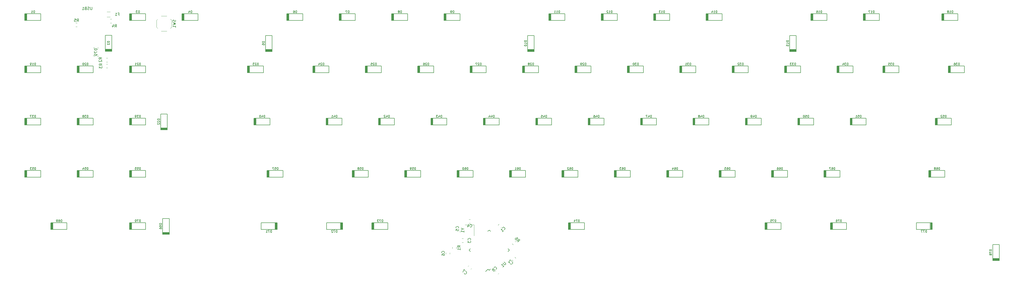
<source format=gbo>
G04 #@! TF.GenerationSoftware,KiCad,Pcbnew,(5.1.6)-1*
G04 #@! TF.CreationDate,2020-07-18T03:31:17-04:00*
G04 #@! TF.ProjectId,southpawpcb,736f7574-6870-4617-9770-63622e6b6963,rev?*
G04 #@! TF.SameCoordinates,Original*
G04 #@! TF.FileFunction,Legend,Bot*
G04 #@! TF.FilePolarity,Positive*
%FSLAX46Y46*%
G04 Gerber Fmt 4.6, Leading zero omitted, Abs format (unit mm)*
G04 Created by KiCad (PCBNEW (5.1.6)-1) date 2020-07-18 03:31:17*
%MOMM*%
%LPD*%
G01*
G04 APERTURE LIST*
%ADD10C,0.120000*%
%ADD11C,0.100000*%
%ADD12C,0.150000*%
%ADD13C,0.200000*%
G04 APERTURE END LIST*
D10*
G04 #@! TO.C,C1*
X155005204Y15238612D02*
X155370888Y15604296D01*
X154001112Y16242704D02*
X154366796Y16608388D01*
G04 #@! TO.C,C8*
X153989204Y-1573888D02*
X154354888Y-1208204D01*
X152985112Y-569796D02*
X153350796Y-204112D01*
G04 #@! TO.C,C2*
X159081112Y3569296D02*
X159446796Y3203612D01*
X160085204Y4573388D02*
X160450888Y4207704D01*
D11*
G04 #@! TO.C,D79*
X7474000Y77775000D02*
X7324000Y77775000D01*
X7324000Y77775000D02*
X7074000Y78025000D01*
X7074000Y78025000D02*
X7074000Y78075000D01*
X7074000Y78075000D02*
X6874000Y78075000D01*
X7374000Y80975000D02*
X7074000Y80975000D01*
X7074000Y80975000D02*
X7074000Y80775000D01*
X8674000Y80775000D02*
X8674000Y80975000D01*
X8674000Y80975000D02*
X8474000Y80975000D01*
X8374000Y77775000D02*
X8674000Y77775000D01*
X8674000Y77775000D02*
X8674000Y77975000D01*
D10*
G04 #@! TO.C,C7*
X144083204Y204112D02*
X144448888Y569796D01*
X143079112Y1208204D02*
X143444796Y1573888D01*
G04 #@! TO.C,C6*
X135053000Y6227578D02*
X135053000Y5710422D01*
X136473000Y6227578D02*
X136473000Y5710422D01*
G04 #@! TO.C,C5*
X141603800Y14200878D02*
X141603800Y13683722D01*
X140183800Y14200878D02*
X140183800Y13683722D01*
G04 #@! TO.C,C4*
X143456922Y16943000D02*
X143974078Y16943000D01*
X143456922Y18363000D02*
X143974078Y18363000D01*
G04 #@! TO.C,C3*
X141434078Y9958000D02*
X140916922Y9958000D01*
X141434078Y11378000D02*
X140916922Y11378000D01*
G04 #@! TO.C,Y1*
X145326000Y16394000D02*
X145326000Y12394000D01*
X142026000Y16394000D02*
X145326000Y16394000D01*
D12*
G04 #@! TO.C,U1*
X150405914Y231781D02*
X149504352Y-669780D01*
X158131055Y7143750D02*
X157653758Y6666453D01*
X150812500Y14462305D02*
X150335203Y13985008D01*
X143493945Y7143750D02*
X143971242Y7621047D01*
X150812500Y-174805D02*
X151289797Y302492D01*
X143493945Y7143750D02*
X143971242Y6666453D01*
X150812500Y14462305D02*
X151289797Y13985008D01*
X158131055Y7143750D02*
X157653758Y7621047D01*
X150812500Y-174805D02*
X150405914Y231781D01*
D10*
G04 #@! TO.C,R6*
X159545883Y9122025D02*
X159180199Y9487709D01*
X160549975Y10126117D02*
X160184291Y10491801D01*
G04 #@! TO.C,R5*
X1069078Y88571000D02*
X551922Y88571000D01*
X1069078Y89991000D02*
X551922Y89991000D01*
G04 #@! TO.C,R4*
X13027922Y91388000D02*
X13545078Y91388000D01*
X13027922Y89968000D02*
X13545078Y89968000D01*
G04 #@! TO.C,R3*
X12148078Y73585000D02*
X11630922Y73585000D01*
X12148078Y75005000D02*
X11630922Y75005000D01*
G04 #@! TO.C,R2*
X12118078Y75744000D02*
X11600922Y75744000D01*
X12118078Y77164000D02*
X11600922Y77164000D01*
G04 #@! TO.C,R1*
X137466000Y7742422D02*
X137466000Y8259578D01*
X138886000Y7742422D02*
X138886000Y8259578D01*
G04 #@! TO.C,F1*
X11840936Y94001000D02*
X13045064Y94001000D01*
X11840936Y92181000D02*
X13045064Y92181000D01*
D13*
G04 #@! TO.C,D7*
X102094000Y93299000D02*
X96294000Y93299000D01*
X102094000Y90899000D02*
X102094000Y93299000D01*
X96294000Y90899000D02*
X102094000Y90899000D01*
X96369000Y90899000D02*
X96369000Y93299000D01*
X96494000Y90899000D02*
X96494000Y93299000D01*
X96269000Y93299000D02*
X96269000Y90899000D01*
X96669000Y90899000D02*
X96669000Y93299000D01*
X96844000Y90899000D02*
X96844000Y93299000D01*
X97019000Y90899000D02*
X97019000Y93299000D01*
G04 #@! TO.C,D48*
X225606000Y52799000D02*
X225606000Y55199000D01*
X225431000Y52799000D02*
X225431000Y55199000D01*
X225256000Y52799000D02*
X225256000Y55199000D01*
X224856000Y55199000D02*
X224856000Y52799000D01*
X225081000Y52799000D02*
X225081000Y55199000D01*
X224956000Y52799000D02*
X224956000Y55199000D01*
X224881000Y52799000D02*
X230681000Y52799000D01*
X230681000Y52799000D02*
X230681000Y55199000D01*
X230681000Y55199000D02*
X224881000Y55199000D01*
G04 #@! TO.C,D72*
X91731000Y14699000D02*
X97531000Y14699000D01*
X91731000Y17099000D02*
X91731000Y14699000D01*
X97531000Y17099000D02*
X91731000Y17099000D01*
X97456000Y17099000D02*
X97456000Y14699000D01*
X97331000Y17099000D02*
X97331000Y14699000D01*
X97556000Y14699000D02*
X97556000Y17099000D01*
X97156000Y17099000D02*
X97156000Y14699000D01*
X96981000Y17099000D02*
X96981000Y14699000D01*
X96806000Y17099000D02*
X96806000Y14699000D01*
G04 #@! TO.C,D39*
X25894200Y55199000D02*
X20094200Y55199000D01*
X25894200Y52799000D02*
X25894200Y55199000D01*
X20094200Y52799000D02*
X25894200Y52799000D01*
X20169200Y52799000D02*
X20169200Y55199000D01*
X20294200Y52799000D02*
X20294200Y55199000D01*
X20069200Y55199000D02*
X20069200Y52799000D01*
X20469200Y52799000D02*
X20469200Y55199000D01*
X20644200Y52799000D02*
X20644200Y55199000D01*
X20819200Y52799000D02*
X20819200Y55199000D01*
G04 #@! TO.C,D2*
X13646000Y80402000D02*
X11246000Y80402000D01*
X13646000Y80227000D02*
X11246000Y80227000D01*
X13646000Y80052000D02*
X11246000Y80052000D01*
X11246000Y79652000D02*
X13646000Y79652000D01*
X13646000Y79877000D02*
X11246000Y79877000D01*
X13646000Y79752000D02*
X11246000Y79752000D01*
X13646000Y79677000D02*
X13646000Y85477000D01*
X13646000Y85477000D02*
X11246000Y85477000D01*
X11246000Y85477000D02*
X11246000Y79677000D01*
G04 #@! TO.C,D50*
X263706000Y52799000D02*
X263706000Y55199000D01*
X263531000Y52799000D02*
X263531000Y55199000D01*
X263356000Y52799000D02*
X263356000Y55199000D01*
X262956000Y55199000D02*
X262956000Y52799000D01*
X263181000Y52799000D02*
X263181000Y55199000D01*
X263056000Y52799000D02*
X263056000Y55199000D01*
X262981000Y52799000D02*
X268781000Y52799000D01*
X268781000Y52799000D02*
X268781000Y55199000D01*
X268781000Y55199000D02*
X262981000Y55199000D01*
G04 #@! TO.C,D21*
X25894200Y74249000D02*
X20094200Y74249000D01*
X25894200Y71849000D02*
X25894200Y74249000D01*
X20094200Y71849000D02*
X25894200Y71849000D01*
X20169200Y71849000D02*
X20169200Y74249000D01*
X20294200Y71849000D02*
X20294200Y74249000D01*
X20069200Y74249000D02*
X20069200Y71849000D01*
X20469200Y71849000D02*
X20469200Y74249000D01*
X20644200Y71849000D02*
X20644200Y74249000D01*
X20819200Y71849000D02*
X20819200Y74249000D01*
G04 #@! TO.C,D53*
X-17280800Y33749000D02*
X-17280800Y36149000D01*
X-17455800Y33749000D02*
X-17455800Y36149000D01*
X-17630800Y33749000D02*
X-17630800Y36149000D01*
X-18030800Y36149000D02*
X-18030800Y33749000D01*
X-17805800Y33749000D02*
X-17805800Y36149000D01*
X-17930800Y33749000D02*
X-17930800Y36149000D01*
X-18005800Y33749000D02*
X-12205800Y33749000D01*
X-12205800Y33749000D02*
X-12205800Y36149000D01*
X-12205800Y36149000D02*
X-18005800Y36149000D01*
G04 #@! TO.C,D26*
X125594000Y71849000D02*
X125594000Y74249000D01*
X125419000Y71849000D02*
X125419000Y74249000D01*
X125244000Y71849000D02*
X125244000Y74249000D01*
X124844000Y74249000D02*
X124844000Y71849000D01*
X125069000Y71849000D02*
X125069000Y74249000D01*
X124944000Y71849000D02*
X124944000Y74249000D01*
X124869000Y71849000D02*
X130669000Y71849000D01*
X130669000Y71849000D02*
X130669000Y74249000D01*
X130669000Y74249000D02*
X124869000Y74249000D01*
G04 #@! TO.C,D60*
X144957000Y36149000D02*
X139157000Y36149000D01*
X144957000Y33749000D02*
X144957000Y36149000D01*
X139157000Y33749000D02*
X144957000Y33749000D01*
X139232000Y33749000D02*
X139232000Y36149000D01*
X139357000Y33749000D02*
X139357000Y36149000D01*
X139132000Y36149000D02*
X139132000Y33749000D01*
X139532000Y33749000D02*
X139532000Y36149000D01*
X139707000Y33749000D02*
X139707000Y36149000D01*
X139882000Y33749000D02*
X139882000Y36149000D01*
G04 #@! TO.C,D42*
X111306000Y52799000D02*
X111306000Y55199000D01*
X111131000Y52799000D02*
X111131000Y55199000D01*
X110956000Y52799000D02*
X110956000Y55199000D01*
X110556000Y55199000D02*
X110556000Y52799000D01*
X110781000Y52799000D02*
X110781000Y55199000D01*
X110656000Y52799000D02*
X110656000Y55199000D01*
X110581000Y52799000D02*
X116381000Y52799000D01*
X116381000Y52799000D02*
X116381000Y55199000D01*
X116381000Y55199000D02*
X110581000Y55199000D01*
G04 #@! TO.C,D4*
X39869200Y90899000D02*
X39869200Y93299000D01*
X39694200Y90899000D02*
X39694200Y93299000D01*
X39519200Y90899000D02*
X39519200Y93299000D01*
X39119200Y93299000D02*
X39119200Y90899000D01*
X39344200Y90899000D02*
X39344200Y93299000D01*
X39219200Y90899000D02*
X39219200Y93299000D01*
X39144200Y90899000D02*
X44944200Y90899000D01*
X44944200Y90899000D02*
X44944200Y93299000D01*
X44944200Y93299000D02*
X39144200Y93299000D01*
G04 #@! TO.C,D3*
X25894200Y93299000D02*
X20094200Y93299000D01*
X25894200Y90899000D02*
X25894200Y93299000D01*
X20094200Y90899000D02*
X25894200Y90899000D01*
X20169200Y90899000D02*
X20169200Y93299000D01*
X20294200Y90899000D02*
X20294200Y93299000D01*
X20069200Y93299000D02*
X20069200Y90899000D01*
X20469200Y90899000D02*
X20469200Y93299000D01*
X20644200Y90899000D02*
X20644200Y93299000D01*
X20819200Y90899000D02*
X20819200Y93299000D01*
G04 #@! TO.C,D25*
X111619000Y74249000D02*
X105819000Y74249000D01*
X111619000Y71849000D02*
X111619000Y74249000D01*
X105819000Y71849000D02*
X111619000Y71849000D01*
X105894000Y71849000D02*
X105894000Y74249000D01*
X106019000Y71849000D02*
X106019000Y74249000D01*
X105794000Y74249000D02*
X105794000Y71849000D01*
X106194000Y71849000D02*
X106194000Y74249000D01*
X106369000Y71849000D02*
X106369000Y74249000D01*
X106544000Y71849000D02*
X106544000Y74249000D01*
G04 #@! TO.C,D71*
X72994000Y17099000D02*
X72994000Y14699000D01*
X73169000Y17099000D02*
X73169000Y14699000D01*
X73344000Y17099000D02*
X73344000Y14699000D01*
X73744000Y14699000D02*
X73744000Y17099000D01*
X73519000Y17099000D02*
X73519000Y14699000D01*
X73644000Y17099000D02*
X73644000Y14699000D01*
X73719000Y17099000D02*
X67919000Y17099000D01*
X67919000Y17099000D02*
X67919000Y14699000D01*
X67919000Y14699000D02*
X73719000Y14699000D01*
G04 #@! TO.C,D78*
X336238000Y4099000D02*
X333838000Y4099000D01*
X336238000Y3924000D02*
X333838000Y3924000D01*
X336238000Y3749000D02*
X333838000Y3749000D01*
X333838000Y3349000D02*
X336238000Y3349000D01*
X336238000Y3574000D02*
X333838000Y3574000D01*
X336238000Y3449000D02*
X333838000Y3449000D01*
X336238000Y3374000D02*
X336238000Y9174000D01*
X336238000Y9174000D02*
X333838000Y9174000D01*
X333838000Y9174000D02*
X333838000Y3374000D01*
G04 #@! TO.C,D77*
X311119000Y17099000D02*
X311119000Y14699000D01*
X311294000Y17099000D02*
X311294000Y14699000D01*
X311469000Y17099000D02*
X311469000Y14699000D01*
X311869000Y14699000D02*
X311869000Y17099000D01*
X311644000Y17099000D02*
X311644000Y14699000D01*
X311769000Y17099000D02*
X311769000Y14699000D01*
X311844000Y17099000D02*
X306044000Y17099000D01*
X306044000Y17099000D02*
X306044000Y14699000D01*
X306044000Y14699000D02*
X311844000Y14699000D01*
G04 #@! TO.C,D45*
X173531000Y55199000D02*
X167731000Y55199000D01*
X173531000Y52799000D02*
X173531000Y55199000D01*
X167731000Y52799000D02*
X173531000Y52799000D01*
X167806000Y52799000D02*
X167806000Y55199000D01*
X167931000Y52799000D02*
X167931000Y55199000D01*
X167706000Y55199000D02*
X167706000Y52799000D01*
X168106000Y52799000D02*
X168106000Y55199000D01*
X168281000Y52799000D02*
X168281000Y55199000D01*
X168456000Y52799000D02*
X168456000Y55199000D01*
G04 #@! TO.C,D16*
X268469000Y90899000D02*
X268469000Y93299000D01*
X268294000Y90899000D02*
X268294000Y93299000D01*
X268119000Y90899000D02*
X268119000Y93299000D01*
X267719000Y93299000D02*
X267719000Y90899000D01*
X267944000Y90899000D02*
X267944000Y93299000D01*
X267819000Y90899000D02*
X267819000Y93299000D01*
X267744000Y90899000D02*
X273544000Y90899000D01*
X273544000Y90899000D02*
X273544000Y93299000D01*
X273544000Y93299000D02*
X267744000Y93299000D01*
G04 #@! TO.C,D22*
X33819200Y51724000D02*
X31419200Y51724000D01*
X33819200Y51549000D02*
X31419200Y51549000D01*
X33819200Y51374000D02*
X31419200Y51374000D01*
X31419200Y50974000D02*
X33819200Y50974000D01*
X33819200Y51199000D02*
X31419200Y51199000D01*
X33819200Y51074000D02*
X31419200Y51074000D01*
X33819200Y50999000D02*
X33819200Y56799000D01*
X33819200Y56799000D02*
X31419200Y56799000D01*
X31419200Y56799000D02*
X31419200Y50999000D01*
G04 #@! TO.C,D10*
X167169000Y80299000D02*
X164769000Y80299000D01*
X167169000Y80124000D02*
X164769000Y80124000D01*
X167169000Y79949000D02*
X164769000Y79949000D01*
X164769000Y79549000D02*
X167169000Y79549000D01*
X167169000Y79774000D02*
X164769000Y79774000D01*
X167169000Y79649000D02*
X164769000Y79649000D01*
X167169000Y79574000D02*
X167169000Y85374000D01*
X167169000Y85374000D02*
X164769000Y85374000D01*
X164769000Y85374000D02*
X164769000Y79574000D01*
G04 #@! TO.C,D54*
X6844200Y36149000D02*
X1044200Y36149000D01*
X6844200Y33749000D02*
X6844200Y36149000D01*
X1044200Y33749000D02*
X6844200Y33749000D01*
X1119200Y33749000D02*
X1119200Y36149000D01*
X1244200Y33749000D02*
X1244200Y36149000D01*
X1019200Y36149000D02*
X1019200Y33749000D01*
X1419200Y33749000D02*
X1419200Y36149000D01*
X1594200Y33749000D02*
X1594200Y36149000D01*
X1769200Y33749000D02*
X1769200Y36149000D01*
G04 #@! TO.C,D19*
X-12205800Y74249000D02*
X-18005800Y74249000D01*
X-12205800Y71849000D02*
X-12205800Y74249000D01*
X-18005800Y71849000D02*
X-12205800Y71849000D01*
X-17930800Y71849000D02*
X-17930800Y74249000D01*
X-17805800Y71849000D02*
X-17805800Y74249000D01*
X-18030800Y74249000D02*
X-18030800Y71849000D01*
X-17630800Y71849000D02*
X-17630800Y74249000D01*
X-17455800Y71849000D02*
X-17455800Y74249000D01*
X-17280800Y71849000D02*
X-17280800Y74249000D01*
G04 #@! TO.C,D57*
X75900000Y36149000D02*
X70100000Y36149000D01*
X75900000Y33749000D02*
X75900000Y36149000D01*
X70100000Y33749000D02*
X75900000Y33749000D01*
X70175000Y33749000D02*
X70175000Y36149000D01*
X70300000Y33749000D02*
X70300000Y36149000D01*
X70075000Y36149000D02*
X70075000Y33749000D01*
X70475000Y33749000D02*
X70475000Y36149000D01*
X70650000Y33749000D02*
X70650000Y36149000D01*
X70825000Y33749000D02*
X70825000Y36149000D01*
G04 #@! TO.C,D47*
X211631000Y55199000D02*
X205831000Y55199000D01*
X211631000Y52799000D02*
X211631000Y55199000D01*
X205831000Y52799000D02*
X211631000Y52799000D01*
X205906000Y52799000D02*
X205906000Y55199000D01*
X206031000Y52799000D02*
X206031000Y55199000D01*
X205806000Y55199000D02*
X205806000Y52799000D01*
X206206000Y52799000D02*
X206206000Y55199000D01*
X206381000Y52799000D02*
X206381000Y55199000D01*
X206556000Y52799000D02*
X206556000Y55199000D01*
G04 #@! TO.C,D15*
X260019000Y85374000D02*
X260019000Y79574000D01*
X262419000Y85374000D02*
X260019000Y85374000D01*
X262419000Y79574000D02*
X262419000Y85374000D01*
X262419000Y79649000D02*
X260019000Y79649000D01*
X262419000Y79774000D02*
X260019000Y79774000D01*
X260019000Y79549000D02*
X262419000Y79549000D01*
X262419000Y79949000D02*
X260019000Y79949000D01*
X262419000Y80124000D02*
X260019000Y80124000D01*
X262419000Y80299000D02*
X260019000Y80299000D01*
G04 #@! TO.C,D67*
X273232000Y33749000D02*
X273232000Y36149000D01*
X273057000Y33749000D02*
X273057000Y36149000D01*
X272882000Y33749000D02*
X272882000Y36149000D01*
X272482000Y36149000D02*
X272482000Y33749000D01*
X272707000Y33749000D02*
X272707000Y36149000D01*
X272582000Y33749000D02*
X272582000Y36149000D01*
X272507000Y33749000D02*
X278307000Y33749000D01*
X278307000Y33749000D02*
X278307000Y36149000D01*
X278307000Y36149000D02*
X272507000Y36149000D01*
G04 #@! TO.C,D36*
X318475000Y71849000D02*
X318475000Y74249000D01*
X318300000Y71849000D02*
X318300000Y74249000D01*
X318125000Y71849000D02*
X318125000Y74249000D01*
X317725000Y74249000D02*
X317725000Y71849000D01*
X317950000Y71849000D02*
X317950000Y74249000D01*
X317825000Y71849000D02*
X317825000Y74249000D01*
X317750000Y71849000D02*
X323550000Y71849000D01*
X323550000Y71849000D02*
X323550000Y74249000D01*
X323550000Y74249000D02*
X317750000Y74249000D01*
G04 #@! TO.C,D62*
X183057000Y36149000D02*
X177257000Y36149000D01*
X183057000Y33749000D02*
X183057000Y36149000D01*
X177257000Y33749000D02*
X183057000Y33749000D01*
X177332000Y33749000D02*
X177332000Y36149000D01*
X177457000Y33749000D02*
X177457000Y36149000D01*
X177232000Y36149000D02*
X177232000Y33749000D01*
X177632000Y33749000D02*
X177632000Y36149000D01*
X177807000Y33749000D02*
X177807000Y36149000D01*
X177982000Y33749000D02*
X177982000Y36149000D01*
G04 #@! TO.C,D61*
X164007000Y36149000D02*
X158207000Y36149000D01*
X164007000Y33749000D02*
X164007000Y36149000D01*
X158207000Y33749000D02*
X164007000Y33749000D01*
X158282000Y33749000D02*
X158282000Y36149000D01*
X158407000Y33749000D02*
X158407000Y36149000D01*
X158182000Y36149000D02*
X158182000Y33749000D01*
X158582000Y33749000D02*
X158582000Y36149000D01*
X158757000Y33749000D02*
X158757000Y36149000D01*
X158932000Y33749000D02*
X158932000Y36149000D01*
G04 #@! TO.C,D52*
X313713000Y52799000D02*
X313713000Y55199000D01*
X313538000Y52799000D02*
X313538000Y55199000D01*
X313363000Y52799000D02*
X313363000Y55199000D01*
X312963000Y55199000D02*
X312963000Y52799000D01*
X313188000Y52799000D02*
X313188000Y55199000D01*
X313063000Y52799000D02*
X313063000Y55199000D01*
X312988000Y52799000D02*
X318788000Y52799000D01*
X318788000Y52799000D02*
X318788000Y55199000D01*
X318788000Y55199000D02*
X312988000Y55199000D01*
G04 #@! TO.C,D37*
X-12205800Y55199000D02*
X-18005800Y55199000D01*
X-12205800Y52799000D02*
X-12205800Y55199000D01*
X-18005800Y52799000D02*
X-12205800Y52799000D01*
X-17930800Y52799000D02*
X-17930800Y55199000D01*
X-17805800Y52799000D02*
X-17805800Y55199000D01*
X-18030800Y55199000D02*
X-18030800Y52799000D01*
X-17630800Y52799000D02*
X-17630800Y55199000D01*
X-17455800Y52799000D02*
X-17455800Y55199000D01*
X-17280800Y52799000D02*
X-17280800Y55199000D01*
G04 #@! TO.C,D65*
X240207000Y36149000D02*
X234407000Y36149000D01*
X240207000Y33749000D02*
X240207000Y36149000D01*
X234407000Y33749000D02*
X240207000Y33749000D01*
X234482000Y33749000D02*
X234482000Y36149000D01*
X234607000Y33749000D02*
X234607000Y36149000D01*
X234382000Y36149000D02*
X234382000Y33749000D01*
X234782000Y33749000D02*
X234782000Y36149000D01*
X234957000Y33749000D02*
X234957000Y36149000D01*
X235132000Y33749000D02*
X235132000Y36149000D01*
G04 #@! TO.C,D14*
X235444000Y93299000D02*
X229644000Y93299000D01*
X235444000Y90899000D02*
X235444000Y93299000D01*
X229644000Y90899000D02*
X235444000Y90899000D01*
X229719000Y90899000D02*
X229719000Y93299000D01*
X229844000Y90899000D02*
X229844000Y93299000D01*
X229619000Y93299000D02*
X229619000Y90899000D01*
X230019000Y90899000D02*
X230019000Y93299000D01*
X230194000Y90899000D02*
X230194000Y93299000D01*
X230369000Y90899000D02*
X230369000Y93299000D01*
G04 #@! TO.C,D68*
X316407000Y36149000D02*
X310607000Y36149000D01*
X316407000Y33749000D02*
X316407000Y36149000D01*
X310607000Y33749000D02*
X316407000Y33749000D01*
X310682000Y33749000D02*
X310682000Y36149000D01*
X310807000Y33749000D02*
X310807000Y36149000D01*
X310582000Y36149000D02*
X310582000Y33749000D01*
X310982000Y33749000D02*
X310982000Y36149000D01*
X311157000Y33749000D02*
X311157000Y36149000D01*
X311332000Y33749000D02*
X311332000Y36149000D01*
G04 #@! TO.C,D18*
X316094000Y90899000D02*
X316094000Y93299000D01*
X315919000Y90899000D02*
X315919000Y93299000D01*
X315744000Y90899000D02*
X315744000Y93299000D01*
X315344000Y93299000D02*
X315344000Y90899000D01*
X315569000Y90899000D02*
X315569000Y93299000D01*
X315444000Y90899000D02*
X315444000Y93299000D01*
X315369000Y90899000D02*
X321169000Y90899000D01*
X321169000Y90899000D02*
X321169000Y93299000D01*
X321169000Y93299000D02*
X315369000Y93299000D01*
G04 #@! TO.C,D38*
X1769200Y52799000D02*
X1769200Y55199000D01*
X1594200Y52799000D02*
X1594200Y55199000D01*
X1419200Y52799000D02*
X1419200Y55199000D01*
X1019200Y55199000D02*
X1019200Y52799000D01*
X1244200Y52799000D02*
X1244200Y55199000D01*
X1119200Y52799000D02*
X1119200Y55199000D01*
X1044200Y52799000D02*
X6844200Y52799000D01*
X6844200Y52799000D02*
X6844200Y55199000D01*
X6844200Y55199000D02*
X1044200Y55199000D01*
G04 #@! TO.C,D12*
X192269000Y90899000D02*
X192269000Y93299000D01*
X192094000Y90899000D02*
X192094000Y93299000D01*
X191919000Y90899000D02*
X191919000Y93299000D01*
X191519000Y93299000D02*
X191519000Y90899000D01*
X191744000Y90899000D02*
X191744000Y93299000D01*
X191619000Y90899000D02*
X191619000Y93299000D01*
X191544000Y90899000D02*
X197344000Y90899000D01*
X197344000Y90899000D02*
X197344000Y93299000D01*
X197344000Y93299000D02*
X191544000Y93299000D01*
G04 #@! TO.C,D58*
X101782000Y33749000D02*
X101782000Y36149000D01*
X101607000Y33749000D02*
X101607000Y36149000D01*
X101432000Y33749000D02*
X101432000Y36149000D01*
X101032000Y36149000D02*
X101032000Y33749000D01*
X101257000Y33749000D02*
X101257000Y36149000D01*
X101132000Y33749000D02*
X101132000Y36149000D01*
X101057000Y33749000D02*
X106857000Y33749000D01*
X106857000Y33749000D02*
X106857000Y36149000D01*
X106857000Y36149000D02*
X101057000Y36149000D01*
G04 #@! TO.C,D34*
X277994000Y71849000D02*
X277994000Y74249000D01*
X277819000Y71849000D02*
X277819000Y74249000D01*
X277644000Y71849000D02*
X277644000Y74249000D01*
X277244000Y74249000D02*
X277244000Y71849000D01*
X277469000Y71849000D02*
X277469000Y74249000D01*
X277344000Y71849000D02*
X277344000Y74249000D01*
X277269000Y71849000D02*
X283069000Y71849000D01*
X283069000Y71849000D02*
X283069000Y74249000D01*
X283069000Y74249000D02*
X277269000Y74249000D01*
G04 #@! TO.C,D20*
X1769200Y71849000D02*
X1769200Y74249000D01*
X1594200Y71849000D02*
X1594200Y74249000D01*
X1419200Y71849000D02*
X1419200Y74249000D01*
X1019200Y74249000D02*
X1019200Y71849000D01*
X1244200Y71849000D02*
X1244200Y74249000D01*
X1119200Y71849000D02*
X1119200Y74249000D01*
X1044200Y71849000D02*
X6844200Y71849000D01*
X6844200Y71849000D02*
X6844200Y74249000D01*
X6844200Y74249000D02*
X1044200Y74249000D01*
G04 #@! TO.C,D69*
X-2680800Y17099000D02*
X-8480800Y17099000D01*
X-2680800Y14699000D02*
X-2680800Y17099000D01*
X-8480800Y14699000D02*
X-2680800Y14699000D01*
X-8405800Y14699000D02*
X-8405800Y17099000D01*
X-8280800Y14699000D02*
X-8280800Y17099000D01*
X-8505800Y17099000D02*
X-8505800Y14699000D01*
X-8105800Y14699000D02*
X-8105800Y17099000D01*
X-7930800Y14699000D02*
X-7930800Y17099000D01*
X-7755800Y14699000D02*
X-7755800Y17099000D01*
D10*
G04 #@! TO.C,SW1*
X35369200Y88467800D02*
X35369200Y90967800D01*
X33619200Y86967800D02*
X31619200Y86967800D01*
X29869200Y88467800D02*
X29869200Y90967800D01*
X33619200Y92467800D02*
X31619200Y92467800D01*
X34919200Y88017800D02*
X35369200Y88467800D01*
X34919200Y91417800D02*
X35369200Y90967800D01*
X30319200Y91417800D02*
X29869200Y90967800D01*
X30319200Y88017800D02*
X29869200Y88467800D01*
D13*
G04 #@! TO.C,D40*
X66063000Y52799000D02*
X66063000Y55199000D01*
X65888000Y52799000D02*
X65888000Y55199000D01*
X65713000Y52799000D02*
X65713000Y55199000D01*
X65313000Y55199000D02*
X65313000Y52799000D01*
X65538000Y52799000D02*
X65538000Y55199000D01*
X65413000Y52799000D02*
X65413000Y55199000D01*
X65338000Y52799000D02*
X71138000Y52799000D01*
X71138000Y52799000D02*
X71138000Y55199000D01*
X71138000Y55199000D02*
X65338000Y55199000D01*
G04 #@! TO.C,D56*
X34537500Y13624000D02*
X32137500Y13624000D01*
X34537500Y13449000D02*
X32137500Y13449000D01*
X34537500Y13274000D02*
X32137500Y13274000D01*
X32137500Y12874000D02*
X34537500Y12874000D01*
X34537500Y13099000D02*
X32137500Y13099000D01*
X34537500Y12974000D02*
X32137500Y12974000D01*
X34537500Y12899000D02*
X34537500Y18699000D01*
X34537500Y18699000D02*
X32137500Y18699000D01*
X32137500Y18699000D02*
X32137500Y12899000D01*
G04 #@! TO.C,D23*
X68757000Y74249000D02*
X62957000Y74249000D01*
X68757000Y71849000D02*
X68757000Y74249000D01*
X62957000Y71849000D02*
X68757000Y71849000D01*
X63032000Y71849000D02*
X63032000Y74249000D01*
X63157000Y71849000D02*
X63157000Y74249000D01*
X62932000Y74249000D02*
X62932000Y71849000D01*
X63332000Y71849000D02*
X63332000Y74249000D01*
X63507000Y71849000D02*
X63507000Y74249000D01*
X63682000Y71849000D02*
X63682000Y74249000D01*
G04 #@! TO.C,D17*
X292594000Y93299000D02*
X286794000Y93299000D01*
X292594000Y90899000D02*
X292594000Y93299000D01*
X286794000Y90899000D02*
X292594000Y90899000D01*
X286869000Y90899000D02*
X286869000Y93299000D01*
X286994000Y90899000D02*
X286994000Y93299000D01*
X286769000Y93299000D02*
X286769000Y90899000D01*
X287169000Y90899000D02*
X287169000Y93299000D01*
X287344000Y90899000D02*
X287344000Y93299000D01*
X287519000Y90899000D02*
X287519000Y93299000D01*
G04 #@! TO.C,D32*
X239894000Y71849000D02*
X239894000Y74249000D01*
X239719000Y71849000D02*
X239719000Y74249000D01*
X239544000Y71849000D02*
X239544000Y74249000D01*
X239144000Y74249000D02*
X239144000Y71849000D01*
X239369000Y71849000D02*
X239369000Y74249000D01*
X239244000Y71849000D02*
X239244000Y74249000D01*
X239169000Y71849000D02*
X244969000Y71849000D01*
X244969000Y71849000D02*
X244969000Y74249000D01*
X244969000Y74249000D02*
X239169000Y74249000D01*
G04 #@! TO.C,D31*
X225919000Y74249000D02*
X220119000Y74249000D01*
X225919000Y71849000D02*
X225919000Y74249000D01*
X220119000Y71849000D02*
X225919000Y71849000D01*
X220194000Y71849000D02*
X220194000Y74249000D01*
X220319000Y71849000D02*
X220319000Y74249000D01*
X220094000Y74249000D02*
X220094000Y71849000D01*
X220494000Y71849000D02*
X220494000Y74249000D01*
X220669000Y71849000D02*
X220669000Y74249000D01*
X220844000Y71849000D02*
X220844000Y74249000D01*
G04 #@! TO.C,D9*
X140194000Y93299000D02*
X134394000Y93299000D01*
X140194000Y90899000D02*
X140194000Y93299000D01*
X134394000Y90899000D02*
X140194000Y90899000D01*
X134469000Y90899000D02*
X134469000Y93299000D01*
X134594000Y90899000D02*
X134594000Y93299000D01*
X134369000Y93299000D02*
X134369000Y90899000D01*
X134769000Y90899000D02*
X134769000Y93299000D01*
X134944000Y90899000D02*
X134944000Y93299000D01*
X135119000Y90899000D02*
X135119000Y93299000D01*
G04 #@! TO.C,D64*
X216082000Y33749000D02*
X216082000Y36149000D01*
X215907000Y33749000D02*
X215907000Y36149000D01*
X215732000Y33749000D02*
X215732000Y36149000D01*
X215332000Y36149000D02*
X215332000Y33749000D01*
X215557000Y33749000D02*
X215557000Y36149000D01*
X215432000Y33749000D02*
X215432000Y36149000D01*
X215357000Y33749000D02*
X221157000Y33749000D01*
X221157000Y33749000D02*
X221157000Y36149000D01*
X221157000Y36149000D02*
X215357000Y36149000D01*
G04 #@! TO.C,D74*
X180363000Y14699000D02*
X180363000Y17099000D01*
X180188000Y14699000D02*
X180188000Y17099000D01*
X180013000Y14699000D02*
X180013000Y17099000D01*
X179613000Y17099000D02*
X179613000Y14699000D01*
X179838000Y14699000D02*
X179838000Y17099000D01*
X179713000Y14699000D02*
X179713000Y17099000D01*
X179638000Y14699000D02*
X185438000Y14699000D01*
X185438000Y14699000D02*
X185438000Y17099000D01*
X185438000Y17099000D02*
X179638000Y17099000D01*
G04 #@! TO.C,D76*
X275613000Y14699000D02*
X275613000Y17099000D01*
X275438000Y14699000D02*
X275438000Y17099000D01*
X275263000Y14699000D02*
X275263000Y17099000D01*
X274863000Y17099000D02*
X274863000Y14699000D01*
X275088000Y14699000D02*
X275088000Y17099000D01*
X274963000Y14699000D02*
X274963000Y17099000D01*
X274888000Y14699000D02*
X280688000Y14699000D01*
X280688000Y14699000D02*
X280688000Y17099000D01*
X280688000Y17099000D02*
X274888000Y17099000D01*
G04 #@! TO.C,D49*
X249731000Y55199000D02*
X243931000Y55199000D01*
X249731000Y52799000D02*
X249731000Y55199000D01*
X243931000Y52799000D02*
X249731000Y52799000D01*
X244006000Y52799000D02*
X244006000Y55199000D01*
X244131000Y52799000D02*
X244131000Y55199000D01*
X243906000Y55199000D02*
X243906000Y52799000D01*
X244306000Y52799000D02*
X244306000Y55199000D01*
X244481000Y52799000D02*
X244481000Y55199000D01*
X244656000Y52799000D02*
X244656000Y55199000D01*
G04 #@! TO.C,D70*
X25894200Y17099000D02*
X20094200Y17099000D01*
X25894200Y14699000D02*
X25894200Y17099000D01*
X20094200Y14699000D02*
X25894200Y14699000D01*
X20169200Y14699000D02*
X20169200Y17099000D01*
X20294200Y14699000D02*
X20294200Y17099000D01*
X20069200Y17099000D02*
X20069200Y14699000D01*
X20469200Y14699000D02*
X20469200Y17099000D01*
X20644200Y14699000D02*
X20644200Y17099000D01*
X20819200Y14699000D02*
X20819200Y17099000D01*
G04 #@! TO.C,D75*
X251800000Y14699000D02*
X251800000Y17099000D01*
X251625000Y14699000D02*
X251625000Y17099000D01*
X251450000Y14699000D02*
X251450000Y17099000D01*
X251050000Y17099000D02*
X251050000Y14699000D01*
X251275000Y14699000D02*
X251275000Y17099000D01*
X251150000Y14699000D02*
X251150000Y17099000D01*
X251075000Y14699000D02*
X256875000Y14699000D01*
X256875000Y14699000D02*
X256875000Y17099000D01*
X256875000Y17099000D02*
X251075000Y17099000D01*
G04 #@! TO.C,D8*
X116069000Y90899000D02*
X116069000Y93299000D01*
X115894000Y90899000D02*
X115894000Y93299000D01*
X115719000Y90899000D02*
X115719000Y93299000D01*
X115319000Y93299000D02*
X115319000Y90899000D01*
X115544000Y90899000D02*
X115544000Y93299000D01*
X115419000Y90899000D02*
X115419000Y93299000D01*
X115344000Y90899000D02*
X121144000Y90899000D01*
X121144000Y90899000D02*
X121144000Y93299000D01*
X121144000Y93299000D02*
X115344000Y93299000D01*
G04 #@! TO.C,D28*
X168769000Y74249000D02*
X162969000Y74249000D01*
X168769000Y71849000D02*
X168769000Y74249000D01*
X162969000Y71849000D02*
X168769000Y71849000D01*
X163044000Y71849000D02*
X163044000Y74249000D01*
X163169000Y71849000D02*
X163169000Y74249000D01*
X162944000Y74249000D02*
X162944000Y71849000D01*
X163344000Y71849000D02*
X163344000Y74249000D01*
X163519000Y71849000D02*
X163519000Y74249000D01*
X163694000Y71849000D02*
X163694000Y74249000D01*
G04 #@! TO.C,D13*
X216394000Y93299000D02*
X210594000Y93299000D01*
X216394000Y90899000D02*
X216394000Y93299000D01*
X210594000Y90899000D02*
X216394000Y90899000D01*
X210669000Y90899000D02*
X210669000Y93299000D01*
X210794000Y90899000D02*
X210794000Y93299000D01*
X210569000Y93299000D02*
X210569000Y90899000D01*
X210969000Y90899000D02*
X210969000Y93299000D01*
X211144000Y90899000D02*
X211144000Y93299000D01*
X211319000Y90899000D02*
X211319000Y93299000D01*
G04 #@! TO.C,D66*
X259257000Y36149000D02*
X253457000Y36149000D01*
X259257000Y33749000D02*
X259257000Y36149000D01*
X253457000Y33749000D02*
X259257000Y33749000D01*
X253532000Y33749000D02*
X253532000Y36149000D01*
X253657000Y33749000D02*
X253657000Y36149000D01*
X253432000Y36149000D02*
X253432000Y33749000D01*
X253832000Y33749000D02*
X253832000Y36149000D01*
X254007000Y33749000D02*
X254007000Y36149000D01*
X254182000Y33749000D02*
X254182000Y36149000D01*
G04 #@! TO.C,D6*
X77969000Y90899000D02*
X77969000Y93299000D01*
X77794000Y90899000D02*
X77794000Y93299000D01*
X77619000Y90899000D02*
X77619000Y93299000D01*
X77219000Y93299000D02*
X77219000Y90899000D01*
X77444000Y90899000D02*
X77444000Y93299000D01*
X77319000Y90899000D02*
X77319000Y93299000D01*
X77244000Y90899000D02*
X83044000Y90899000D01*
X83044000Y90899000D02*
X83044000Y93299000D01*
X83044000Y93299000D02*
X77244000Y93299000D01*
G04 #@! TO.C,D44*
X149406000Y52799000D02*
X149406000Y55199000D01*
X149231000Y52799000D02*
X149231000Y55199000D01*
X149056000Y52799000D02*
X149056000Y55199000D01*
X148656000Y55199000D02*
X148656000Y52799000D01*
X148881000Y52799000D02*
X148881000Y55199000D01*
X148756000Y52799000D02*
X148756000Y55199000D01*
X148681000Y52799000D02*
X154481000Y52799000D01*
X154481000Y52799000D02*
X154481000Y55199000D01*
X154481000Y55199000D02*
X148681000Y55199000D01*
G04 #@! TO.C,D46*
X187506000Y52799000D02*
X187506000Y55199000D01*
X187331000Y52799000D02*
X187331000Y55199000D01*
X187156000Y52799000D02*
X187156000Y55199000D01*
X186756000Y55199000D02*
X186756000Y52799000D01*
X186981000Y52799000D02*
X186981000Y55199000D01*
X186856000Y52799000D02*
X186856000Y55199000D01*
X186781000Y52799000D02*
X192581000Y52799000D01*
X192581000Y52799000D02*
X192581000Y55199000D01*
X192581000Y55199000D02*
X186781000Y55199000D01*
G04 #@! TO.C,D51*
X287831000Y55199000D02*
X282031000Y55199000D01*
X287831000Y52799000D02*
X287831000Y55199000D01*
X282031000Y52799000D02*
X287831000Y52799000D01*
X282106000Y52799000D02*
X282106000Y55199000D01*
X282231000Y52799000D02*
X282231000Y55199000D01*
X282006000Y55199000D02*
X282006000Y52799000D01*
X282406000Y52799000D02*
X282406000Y55199000D01*
X282581000Y52799000D02*
X282581000Y55199000D01*
X282756000Y52799000D02*
X282756000Y55199000D01*
G04 #@! TO.C,D11*
X178294000Y93299000D02*
X172494000Y93299000D01*
X178294000Y90899000D02*
X178294000Y93299000D01*
X172494000Y90899000D02*
X178294000Y90899000D01*
X172569000Y90899000D02*
X172569000Y93299000D01*
X172694000Y90899000D02*
X172694000Y93299000D01*
X172469000Y93299000D02*
X172469000Y90899000D01*
X172869000Y90899000D02*
X172869000Y93299000D01*
X173044000Y90899000D02*
X173044000Y93299000D01*
X173219000Y90899000D02*
X173219000Y93299000D01*
G04 #@! TO.C,D63*
X197032000Y33749000D02*
X197032000Y36149000D01*
X196857000Y33749000D02*
X196857000Y36149000D01*
X196682000Y33749000D02*
X196682000Y36149000D01*
X196282000Y36149000D02*
X196282000Y33749000D01*
X196507000Y33749000D02*
X196507000Y36149000D01*
X196382000Y33749000D02*
X196382000Y36149000D01*
X196307000Y33749000D02*
X202107000Y33749000D01*
X202107000Y33749000D02*
X202107000Y36149000D01*
X202107000Y36149000D02*
X196307000Y36149000D01*
G04 #@! TO.C,D29*
X187819000Y74249000D02*
X182019000Y74249000D01*
X187819000Y71849000D02*
X187819000Y74249000D01*
X182019000Y71849000D02*
X187819000Y71849000D01*
X182094000Y71849000D02*
X182094000Y74249000D01*
X182219000Y71849000D02*
X182219000Y74249000D01*
X181994000Y74249000D02*
X181994000Y71849000D01*
X182394000Y71849000D02*
X182394000Y74249000D01*
X182569000Y71849000D02*
X182569000Y74249000D01*
X182744000Y71849000D02*
X182744000Y74249000D01*
G04 #@! TO.C,D55*
X25894200Y36149000D02*
X20094200Y36149000D01*
X25894200Y33749000D02*
X25894200Y36149000D01*
X20094200Y33749000D02*
X25894200Y33749000D01*
X20169200Y33749000D02*
X20169200Y36149000D01*
X20294200Y33749000D02*
X20294200Y36149000D01*
X20069200Y36149000D02*
X20069200Y33749000D01*
X20469200Y33749000D02*
X20469200Y36149000D01*
X20644200Y33749000D02*
X20644200Y36149000D01*
X20819200Y33749000D02*
X20819200Y36149000D01*
G04 #@! TO.C,D5*
X69519000Y85374000D02*
X69519000Y79574000D01*
X71919000Y85374000D02*
X69519000Y85374000D01*
X71919000Y79574000D02*
X71919000Y85374000D01*
X71919000Y79649000D02*
X69519000Y79649000D01*
X71919000Y79774000D02*
X69519000Y79774000D01*
X69519000Y79549000D02*
X71919000Y79549000D01*
X71919000Y79949000D02*
X69519000Y79949000D01*
X71919000Y80124000D02*
X69519000Y80124000D01*
X71919000Y80299000D02*
X69519000Y80299000D01*
G04 #@! TO.C,D43*
X135431000Y55199000D02*
X129631000Y55199000D01*
X135431000Y52799000D02*
X135431000Y55199000D01*
X129631000Y52799000D02*
X135431000Y52799000D01*
X129706000Y52799000D02*
X129706000Y55199000D01*
X129831000Y52799000D02*
X129831000Y55199000D01*
X129606000Y55199000D02*
X129606000Y52799000D01*
X130006000Y52799000D02*
X130006000Y55199000D01*
X130181000Y52799000D02*
X130181000Y55199000D01*
X130356000Y52799000D02*
X130356000Y55199000D01*
G04 #@! TO.C,D73*
X108925000Y14699000D02*
X108925000Y17099000D01*
X108750000Y14699000D02*
X108750000Y17099000D01*
X108575000Y14699000D02*
X108575000Y17099000D01*
X108175000Y17099000D02*
X108175000Y14699000D01*
X108400000Y14699000D02*
X108400000Y17099000D01*
X108275000Y14699000D02*
X108275000Y17099000D01*
X108200000Y14699000D02*
X114000000Y14699000D01*
X114000000Y14699000D02*
X114000000Y17099000D01*
X114000000Y17099000D02*
X108200000Y17099000D01*
G04 #@! TO.C,D33*
X264019000Y74249000D02*
X258219000Y74249000D01*
X264019000Y71849000D02*
X264019000Y74249000D01*
X258219000Y71849000D02*
X264019000Y71849000D01*
X258294000Y71849000D02*
X258294000Y74249000D01*
X258419000Y71849000D02*
X258419000Y74249000D01*
X258194000Y74249000D02*
X258194000Y71849000D01*
X258594000Y71849000D02*
X258594000Y74249000D01*
X258769000Y71849000D02*
X258769000Y74249000D01*
X258944000Y71849000D02*
X258944000Y74249000D01*
G04 #@! TO.C,D30*
X201794000Y71849000D02*
X201794000Y74249000D01*
X201619000Y71849000D02*
X201619000Y74249000D01*
X201444000Y71849000D02*
X201444000Y74249000D01*
X201044000Y74249000D02*
X201044000Y71849000D01*
X201269000Y71849000D02*
X201269000Y74249000D01*
X201144000Y71849000D02*
X201144000Y74249000D01*
X201069000Y71849000D02*
X206869000Y71849000D01*
X206869000Y71849000D02*
X206869000Y74249000D01*
X206869000Y74249000D02*
X201069000Y74249000D01*
G04 #@! TO.C,D35*
X299738000Y74249000D02*
X293938000Y74249000D01*
X299738000Y71849000D02*
X299738000Y74249000D01*
X293938000Y71849000D02*
X299738000Y71849000D01*
X294013000Y71849000D02*
X294013000Y74249000D01*
X294138000Y71849000D02*
X294138000Y74249000D01*
X293913000Y74249000D02*
X293913000Y71849000D01*
X294313000Y71849000D02*
X294313000Y74249000D01*
X294488000Y71849000D02*
X294488000Y74249000D01*
X294663000Y71849000D02*
X294663000Y74249000D01*
G04 #@! TO.C,D24*
X87494000Y71849000D02*
X87494000Y74249000D01*
X87319000Y71849000D02*
X87319000Y74249000D01*
X87144000Y71849000D02*
X87144000Y74249000D01*
X86744000Y74249000D02*
X86744000Y71849000D01*
X86969000Y71849000D02*
X86969000Y74249000D01*
X86844000Y71849000D02*
X86844000Y74249000D01*
X86769000Y71849000D02*
X92569000Y71849000D01*
X92569000Y71849000D02*
X92569000Y74249000D01*
X92569000Y74249000D02*
X86769000Y74249000D01*
G04 #@! TO.C,D59*
X120832000Y33749000D02*
X120832000Y36149000D01*
X120657000Y33749000D02*
X120657000Y36149000D01*
X120482000Y33749000D02*
X120482000Y36149000D01*
X120082000Y36149000D02*
X120082000Y33749000D01*
X120307000Y33749000D02*
X120307000Y36149000D01*
X120182000Y33749000D02*
X120182000Y36149000D01*
X120107000Y33749000D02*
X125907000Y33749000D01*
X125907000Y33749000D02*
X125907000Y36149000D01*
X125907000Y36149000D02*
X120107000Y36149000D01*
G04 #@! TO.C,D41*
X97331000Y55199000D02*
X91531000Y55199000D01*
X97331000Y52799000D02*
X97331000Y55199000D01*
X91531000Y52799000D02*
X97331000Y52799000D01*
X91606000Y52799000D02*
X91606000Y55199000D01*
X91731000Y52799000D02*
X91731000Y55199000D01*
X91506000Y55199000D02*
X91506000Y52799000D01*
X91906000Y52799000D02*
X91906000Y55199000D01*
X92081000Y52799000D02*
X92081000Y55199000D01*
X92256000Y52799000D02*
X92256000Y55199000D01*
G04 #@! TO.C,D1*
X-12205800Y93299000D02*
X-18005800Y93299000D01*
X-12205800Y90899000D02*
X-12205800Y93299000D01*
X-18005800Y90899000D02*
X-12205800Y90899000D01*
X-17930800Y90899000D02*
X-17930800Y93299000D01*
X-17805800Y90899000D02*
X-17805800Y93299000D01*
X-18030800Y93299000D02*
X-18030800Y90899000D01*
X-17630800Y90899000D02*
X-17630800Y93299000D01*
X-17455800Y90899000D02*
X-17455800Y93299000D01*
X-17280800Y90899000D02*
X-17280800Y93299000D01*
G04 #@! TO.C,D27*
X144644000Y71849000D02*
X144644000Y74249000D01*
X144469000Y71849000D02*
X144469000Y74249000D01*
X144294000Y71849000D02*
X144294000Y74249000D01*
X143894000Y74249000D02*
X143894000Y71849000D01*
X144119000Y71849000D02*
X144119000Y74249000D01*
X143994000Y71849000D02*
X143994000Y74249000D01*
X143919000Y71849000D02*
X149719000Y71849000D01*
X149719000Y71849000D02*
X149719000Y74249000D01*
X149719000Y74249000D02*
X143919000Y74249000D01*
G04 #@! TO.C,C1*
D12*
X156223115Y14622086D02*
X156290458Y14622086D01*
X156425145Y14689430D01*
X156492489Y14756774D01*
X156559832Y14891461D01*
X156559832Y15026148D01*
X156526161Y15127163D01*
X156425145Y15295522D01*
X156324130Y15396537D01*
X156155771Y15497552D01*
X156054756Y15531224D01*
X155920069Y15531224D01*
X155785382Y15463880D01*
X155718038Y15396537D01*
X155650695Y15261850D01*
X155650695Y15194506D01*
X155617023Y13881308D02*
X156021084Y14285369D01*
X155819054Y14083338D02*
X155111947Y14790445D01*
X155280306Y14756773D01*
X155414993Y14756773D01*
X155516008Y14790445D01*
G04 #@! TO.C,C8*
X153151389Y119312D02*
X153218732Y119312D01*
X153353419Y186656D01*
X153420763Y254000D01*
X153488106Y388687D01*
X153488106Y523374D01*
X153454435Y624389D01*
X153353419Y792748D01*
X153252404Y893763D01*
X153084045Y994778D01*
X152983030Y1028450D01*
X152848343Y1028450D01*
X152713656Y961106D01*
X152646312Y893763D01*
X152578969Y759076D01*
X152578969Y691732D01*
X152410610Y51969D02*
X152444282Y152984D01*
X152444282Y220328D01*
X152410610Y321343D01*
X152376938Y355015D01*
X152275923Y388687D01*
X152208580Y388687D01*
X152107564Y355015D01*
X151972877Y220328D01*
X151939206Y119312D01*
X151939206Y51969D01*
X151972877Y-49045D01*
X152006549Y-82717D01*
X152107564Y-116389D01*
X152174908Y-116389D01*
X152275923Y-82717D01*
X152410610Y51969D01*
X152511625Y85641D01*
X152578969Y85641D01*
X152679984Y51969D01*
X152814671Y-82717D01*
X152848343Y-183732D01*
X152848343Y-251076D01*
X152814671Y-352091D01*
X152679984Y-486778D01*
X152578969Y-520450D01*
X152511625Y-520450D01*
X152410610Y-486778D01*
X152275923Y-352091D01*
X152242251Y-251076D01*
X152242251Y-183732D01*
X152275923Y-82717D01*
G04 #@! TO.C,C2*
X158464586Y2351384D02*
X158464586Y2284041D01*
X158531930Y2149354D01*
X158599274Y2082010D01*
X158733961Y2014667D01*
X158868648Y2014667D01*
X158969663Y2048338D01*
X159138022Y2149354D01*
X159239037Y2250369D01*
X159340052Y2418728D01*
X159373724Y2519743D01*
X159373724Y2654430D01*
X159306380Y2789117D01*
X159239037Y2856461D01*
X159104350Y2923804D01*
X159037006Y2923804D01*
X158767632Y3193178D02*
X158767632Y3260522D01*
X158733961Y3361537D01*
X158565602Y3529896D01*
X158464586Y3563567D01*
X158397243Y3563567D01*
X158296228Y3529896D01*
X158228884Y3462552D01*
X158161541Y3327865D01*
X158161541Y2519743D01*
X157723808Y2957476D01*
G04 #@! TO.C,D79*
X8326380Y80589285D02*
X7326380Y80589285D01*
X7326380Y80351190D01*
X7374000Y80208333D01*
X7469238Y80113095D01*
X7564476Y80065476D01*
X7754952Y80017857D01*
X7897809Y80017857D01*
X8088285Y80065476D01*
X8183523Y80113095D01*
X8278761Y80208333D01*
X8326380Y80351190D01*
X8326380Y80589285D01*
X7326380Y79684523D02*
X7326380Y79017857D01*
X8326380Y79446428D01*
X8326380Y78589285D02*
X8326380Y78398809D01*
X8278761Y78303571D01*
X8231142Y78255952D01*
X8088285Y78160714D01*
X7897809Y78113095D01*
X7516857Y78113095D01*
X7421619Y78160714D01*
X7374000Y78208333D01*
X7326380Y78303571D01*
X7326380Y78494047D01*
X7374000Y78589285D01*
X7421619Y78636904D01*
X7516857Y78684523D01*
X7754952Y78684523D01*
X7850190Y78636904D01*
X7897809Y78589285D01*
X7945428Y78494047D01*
X7945428Y78303571D01*
X7897809Y78208333D01*
X7850190Y78160714D01*
X7754952Y78113095D01*
G04 #@! TO.C,C7*
X141724312Y-1259389D02*
X141724312Y-1326732D01*
X141791656Y-1461419D01*
X141859000Y-1528763D01*
X141993687Y-1596106D01*
X142128374Y-1596106D01*
X142229389Y-1562435D01*
X142397748Y-1461419D01*
X142498763Y-1360404D01*
X142599778Y-1192045D01*
X142633450Y-1091030D01*
X142633450Y-956343D01*
X142566106Y-821656D01*
X142498763Y-754312D01*
X142364076Y-686969D01*
X142296732Y-686969D01*
X142128374Y-383923D02*
X141656969Y87480D01*
X141252908Y-922671D01*
G04 #@! TO.C,C6*
X134470142Y6135666D02*
X134517761Y6183285D01*
X134565380Y6326142D01*
X134565380Y6421380D01*
X134517761Y6564238D01*
X134422523Y6659476D01*
X134327285Y6707095D01*
X134136809Y6754714D01*
X133993952Y6754714D01*
X133803476Y6707095D01*
X133708238Y6659476D01*
X133613000Y6564238D01*
X133565380Y6421380D01*
X133565380Y6326142D01*
X133613000Y6183285D01*
X133660619Y6135666D01*
X133565380Y5278523D02*
X133565380Y5469000D01*
X133613000Y5564238D01*
X133660619Y5611857D01*
X133803476Y5707095D01*
X133993952Y5754714D01*
X134374904Y5754714D01*
X134470142Y5707095D01*
X134517761Y5659476D01*
X134565380Y5564238D01*
X134565380Y5373761D01*
X134517761Y5278523D01*
X134470142Y5230904D01*
X134374904Y5183285D01*
X134136809Y5183285D01*
X134041571Y5230904D01*
X133993952Y5278523D01*
X133946333Y5373761D01*
X133946333Y5564238D01*
X133993952Y5659476D01*
X134041571Y5707095D01*
X134136809Y5754714D01*
G04 #@! TO.C,C5*
X139600942Y15152666D02*
X139648561Y15200285D01*
X139696180Y15343142D01*
X139696180Y15438380D01*
X139648561Y15581238D01*
X139553323Y15676476D01*
X139458085Y15724095D01*
X139267609Y15771714D01*
X139124752Y15771714D01*
X138934276Y15724095D01*
X138839038Y15676476D01*
X138743800Y15581238D01*
X138696180Y15438380D01*
X138696180Y15343142D01*
X138743800Y15200285D01*
X138791419Y15152666D01*
X138696180Y14247904D02*
X138696180Y14724095D01*
X139172371Y14771714D01*
X139124752Y14724095D01*
X139077133Y14628857D01*
X139077133Y14390761D01*
X139124752Y14295523D01*
X139172371Y14247904D01*
X139267609Y14200285D01*
X139505704Y14200285D01*
X139600942Y14247904D01*
X139648561Y14295523D01*
X139696180Y14390761D01*
X139696180Y14628857D01*
X139648561Y14724095D01*
X139600942Y14771714D01*
G04 #@! TO.C,C4*
X143882166Y15645857D02*
X143929785Y15598238D01*
X144072642Y15550619D01*
X144167880Y15550619D01*
X144310738Y15598238D01*
X144405976Y15693476D01*
X144453595Y15788714D01*
X144501214Y15979190D01*
X144501214Y16122047D01*
X144453595Y16312523D01*
X144405976Y16407761D01*
X144310738Y16503000D01*
X144167880Y16550619D01*
X144072642Y16550619D01*
X143929785Y16503000D01*
X143882166Y16455380D01*
X143025023Y16217285D02*
X143025023Y15550619D01*
X143263119Y16598238D02*
X143501214Y15883952D01*
X142882166Y15883952D01*
G04 #@! TO.C,C3*
X143994142Y10834666D02*
X144041761Y10882285D01*
X144089380Y11025142D01*
X144089380Y11120380D01*
X144041761Y11263238D01*
X143946523Y11358476D01*
X143851285Y11406095D01*
X143660809Y11453714D01*
X143517952Y11453714D01*
X143327476Y11406095D01*
X143232238Y11358476D01*
X143137000Y11263238D01*
X143089380Y11120380D01*
X143089380Y11025142D01*
X143137000Y10882285D01*
X143184619Y10834666D01*
X143089380Y10501333D02*
X143089380Y9882285D01*
X143470333Y10215619D01*
X143470333Y10072761D01*
X143517952Y9977523D01*
X143565571Y9929904D01*
X143660809Y9882285D01*
X143898904Y9882285D01*
X143994142Y9929904D01*
X144041761Y9977523D01*
X144089380Y10072761D01*
X144089380Y10358476D01*
X144041761Y10453714D01*
X143994142Y10501333D01*
G04 #@! TO.C,Y1*
X141202190Y14870190D02*
X141678380Y14870190D01*
X140678380Y15203523D02*
X141202190Y14870190D01*
X140678380Y14536857D01*
X141678380Y13679714D02*
X141678380Y14251142D01*
X141678380Y13965428D02*
X140678380Y13965428D01*
X140821238Y14060666D01*
X140916476Y14155904D01*
X140964095Y14251142D01*
G04 #@! TO.C,USB1*
X6437095Y95797619D02*
X6437095Y94988095D01*
X6389476Y94892857D01*
X6341857Y94845238D01*
X6246619Y94797619D01*
X6056142Y94797619D01*
X5960904Y94845238D01*
X5913285Y94892857D01*
X5865666Y94988095D01*
X5865666Y95797619D01*
X5437095Y94845238D02*
X5294238Y94797619D01*
X5056142Y94797619D01*
X4960904Y94845238D01*
X4913285Y94892857D01*
X4865666Y94988095D01*
X4865666Y95083333D01*
X4913285Y95178571D01*
X4960904Y95226190D01*
X5056142Y95273809D01*
X5246619Y95321428D01*
X5341857Y95369047D01*
X5389476Y95416666D01*
X5437095Y95511904D01*
X5437095Y95607142D01*
X5389476Y95702380D01*
X5341857Y95750000D01*
X5246619Y95797619D01*
X5008523Y95797619D01*
X4865666Y95750000D01*
X4103761Y95321428D02*
X3960904Y95273809D01*
X3913285Y95226190D01*
X3865666Y95130952D01*
X3865666Y94988095D01*
X3913285Y94892857D01*
X3960904Y94845238D01*
X4056142Y94797619D01*
X4437095Y94797619D01*
X4437095Y95797619D01*
X4103761Y95797619D01*
X4008523Y95750000D01*
X3960904Y95702380D01*
X3913285Y95607142D01*
X3913285Y95511904D01*
X3960904Y95416666D01*
X4008523Y95369047D01*
X4103761Y95321428D01*
X4437095Y95321428D01*
X2913285Y94797619D02*
X3484714Y94797619D01*
X3198999Y94797619D02*
X3198999Y95797619D01*
X3294238Y95654761D01*
X3389476Y95559523D01*
X3484714Y95511904D01*
G04 #@! TO.C,U1*
X156231968Y2801777D02*
X156804388Y2229357D01*
X156838060Y2128342D01*
X156838060Y2060998D01*
X156804388Y1959983D01*
X156669701Y1825296D01*
X156568686Y1791624D01*
X156501342Y1791624D01*
X156400327Y1825296D01*
X155827907Y2397716D01*
X155827907Y983502D02*
X156231968Y1387563D01*
X156029938Y1185533D02*
X155322831Y1892639D01*
X155491190Y1858968D01*
X155625877Y1858968D01*
X155726892Y1892639D01*
G04 #@! TO.C,R6*
X160829782Y10535906D02*
X161402202Y10636921D01*
X161233843Y10131845D02*
X161940950Y10838951D01*
X161671576Y11108326D01*
X161570561Y11141997D01*
X161503217Y11141997D01*
X161402202Y11108326D01*
X161301187Y11007310D01*
X161267515Y10906295D01*
X161267515Y10838951D01*
X161301187Y10737936D01*
X161570561Y10468562D01*
X160930797Y11849104D02*
X161065484Y11714417D01*
X161099156Y11613402D01*
X161099156Y11546058D01*
X161065484Y11377700D01*
X160964469Y11209341D01*
X160695095Y10939967D01*
X160594080Y10906295D01*
X160526736Y10906295D01*
X160425721Y10939967D01*
X160291034Y11074654D01*
X160257362Y11175669D01*
X160257362Y11243013D01*
X160291034Y11344028D01*
X160459393Y11512387D01*
X160560408Y11546058D01*
X160627751Y11546058D01*
X160728767Y11512387D01*
X160863454Y11377700D01*
X160897125Y11276684D01*
X160897125Y11209341D01*
X160863454Y11108326D01*
G04 #@! TO.C,R5*
X977166Y90478619D02*
X1310500Y90954809D01*
X1548595Y90478619D02*
X1548595Y91478619D01*
X1167642Y91478619D01*
X1072404Y91431000D01*
X1024785Y91383380D01*
X977166Y91288142D01*
X977166Y91145285D01*
X1024785Y91050047D01*
X1072404Y91002428D01*
X1167642Y90954809D01*
X1548595Y90954809D01*
X72404Y91478619D02*
X548595Y91478619D01*
X596214Y91002428D01*
X548595Y91050047D01*
X453357Y91097666D01*
X215261Y91097666D01*
X120023Y91050047D01*
X72404Y91002428D01*
X24785Y90907190D01*
X24785Y90669095D01*
X72404Y90573857D01*
X120023Y90526238D01*
X215261Y90478619D01*
X453357Y90478619D01*
X548595Y90526238D01*
X596214Y90573857D01*
G04 #@! TO.C,R4*
X14771666Y88447619D02*
X15105000Y88923809D01*
X15343095Y88447619D02*
X15343095Y89447619D01*
X14962142Y89447619D01*
X14866904Y89400000D01*
X14819285Y89352380D01*
X14771666Y89257142D01*
X14771666Y89114285D01*
X14819285Y89019047D01*
X14866904Y88971428D01*
X14962142Y88923809D01*
X15343095Y88923809D01*
X13914523Y89114285D02*
X13914523Y88447619D01*
X14152619Y89495238D02*
X14390714Y88780952D01*
X13771666Y88780952D01*
G04 #@! TO.C,R3*
X10104380Y74461666D02*
X9628190Y74795000D01*
X10104380Y75033095D02*
X9104380Y75033095D01*
X9104380Y74652142D01*
X9152000Y74556904D01*
X9199619Y74509285D01*
X9294857Y74461666D01*
X9437714Y74461666D01*
X9532952Y74509285D01*
X9580571Y74556904D01*
X9628190Y74652142D01*
X9628190Y75033095D01*
X9104380Y74128333D02*
X9104380Y73509285D01*
X9485333Y73842619D01*
X9485333Y73699761D01*
X9532952Y73604523D01*
X9580571Y73556904D01*
X9675809Y73509285D01*
X9913904Y73509285D01*
X10009142Y73556904D01*
X10056761Y73604523D01*
X10104380Y73699761D01*
X10104380Y73985476D01*
X10056761Y74080714D01*
X10009142Y74128333D01*
G04 #@! TO.C,R2*
X9977380Y76747666D02*
X9501190Y77081000D01*
X9977380Y77319095D02*
X8977380Y77319095D01*
X8977380Y76938142D01*
X9025000Y76842904D01*
X9072619Y76795285D01*
X9167857Y76747666D01*
X9310714Y76747666D01*
X9405952Y76795285D01*
X9453571Y76842904D01*
X9501190Y76938142D01*
X9501190Y77319095D01*
X9072619Y76366714D02*
X9025000Y76319095D01*
X8977380Y76223857D01*
X8977380Y75985761D01*
X9025000Y75890523D01*
X9072619Y75842904D01*
X9167857Y75795285D01*
X9263095Y75795285D01*
X9405952Y75842904D01*
X9977380Y76414333D01*
X9977380Y75795285D01*
G04 #@! TO.C,R1*
X140278380Y8167666D02*
X139802190Y8501000D01*
X140278380Y8739095D02*
X139278380Y8739095D01*
X139278380Y8358142D01*
X139326000Y8262904D01*
X139373619Y8215285D01*
X139468857Y8167666D01*
X139611714Y8167666D01*
X139706952Y8215285D01*
X139754571Y8262904D01*
X139802190Y8358142D01*
X139802190Y8739095D01*
X140278380Y7215285D02*
X140278380Y7786714D01*
X140278380Y7501000D02*
X139278380Y7501000D01*
X139421238Y7596238D01*
X139516476Y7691476D01*
X139564095Y7786714D01*
G04 #@! TO.C,F1*
X15954333Y93162428D02*
X16287666Y93162428D01*
X16287666Y92638619D02*
X16287666Y93638619D01*
X15811476Y93638619D01*
X14906714Y92638619D02*
X15478142Y92638619D01*
X15192428Y92638619D02*
X15192428Y93638619D01*
X15287666Y93495761D01*
X15382904Y93400523D01*
X15478142Y93352904D01*
G04 #@! TO.C,D7*
X99884476Y93662095D02*
X99884476Y94462095D01*
X99694000Y94462095D01*
X99579714Y94424000D01*
X99503523Y94347809D01*
X99465428Y94271619D01*
X99427333Y94119238D01*
X99427333Y94004952D01*
X99465428Y93852571D01*
X99503523Y93776380D01*
X99579714Y93700190D01*
X99694000Y93662095D01*
X99884476Y93662095D01*
X99160666Y94462095D02*
X98627333Y94462095D01*
X98970190Y93662095D01*
G04 #@! TO.C,D48*
X228852428Y55562095D02*
X228852428Y56362095D01*
X228661952Y56362095D01*
X228547666Y56324000D01*
X228471476Y56247809D01*
X228433380Y56171619D01*
X228395285Y56019238D01*
X228395285Y55904952D01*
X228433380Y55752571D01*
X228471476Y55676380D01*
X228547666Y55600190D01*
X228661952Y55562095D01*
X228852428Y55562095D01*
X227709571Y56095428D02*
X227709571Y55562095D01*
X227900047Y56400190D02*
X228090523Y55828761D01*
X227595285Y55828761D01*
X227176238Y56019238D02*
X227252428Y56057333D01*
X227290523Y56095428D01*
X227328619Y56171619D01*
X227328619Y56209714D01*
X227290523Y56285904D01*
X227252428Y56324000D01*
X227176238Y56362095D01*
X227023857Y56362095D01*
X226947666Y56324000D01*
X226909571Y56285904D01*
X226871476Y56209714D01*
X226871476Y56171619D01*
X226909571Y56095428D01*
X226947666Y56057333D01*
X227023857Y56019238D01*
X227176238Y56019238D01*
X227252428Y55981142D01*
X227290523Y55943047D01*
X227328619Y55866857D01*
X227328619Y55714476D01*
X227290523Y55638285D01*
X227252428Y55600190D01*
X227176238Y55562095D01*
X227023857Y55562095D01*
X226947666Y55600190D01*
X226909571Y55638285D01*
X226871476Y55714476D01*
X226871476Y55866857D01*
X226909571Y55943047D01*
X226947666Y55981142D01*
X227023857Y56019238D01*
G04 #@! TO.C,D72*
X95502428Y13612095D02*
X95502428Y14412095D01*
X95311952Y14412095D01*
X95197666Y14374000D01*
X95121476Y14297809D01*
X95083380Y14221619D01*
X95045285Y14069238D01*
X95045285Y13954952D01*
X95083380Y13802571D01*
X95121476Y13726380D01*
X95197666Y13650190D01*
X95311952Y13612095D01*
X95502428Y13612095D01*
X94778619Y14412095D02*
X94245285Y14412095D01*
X94588142Y13612095D01*
X93978619Y14335904D02*
X93940523Y14374000D01*
X93864333Y14412095D01*
X93673857Y14412095D01*
X93597666Y14374000D01*
X93559571Y14335904D01*
X93521476Y14259714D01*
X93521476Y14183523D01*
X93559571Y14069238D01*
X94016714Y13612095D01*
X93521476Y13612095D01*
G04 #@! TO.C,D39*
X24065628Y55562095D02*
X24065628Y56362095D01*
X23875152Y56362095D01*
X23760866Y56324000D01*
X23684676Y56247809D01*
X23646580Y56171619D01*
X23608485Y56019238D01*
X23608485Y55904952D01*
X23646580Y55752571D01*
X23684676Y55676380D01*
X23760866Y55600190D01*
X23875152Y55562095D01*
X24065628Y55562095D01*
X23341819Y56362095D02*
X22846580Y56362095D01*
X23113247Y56057333D01*
X22998961Y56057333D01*
X22922771Y56019238D01*
X22884676Y55981142D01*
X22846580Y55904952D01*
X22846580Y55714476D01*
X22884676Y55638285D01*
X22922771Y55600190D01*
X22998961Y55562095D01*
X23227533Y55562095D01*
X23303723Y55600190D01*
X23341819Y55638285D01*
X22465628Y55562095D02*
X22313247Y55562095D01*
X22237057Y55600190D01*
X22198961Y55638285D01*
X22122771Y55752571D01*
X22084676Y55904952D01*
X22084676Y56209714D01*
X22122771Y56285904D01*
X22160866Y56324000D01*
X22237057Y56362095D01*
X22389438Y56362095D01*
X22465628Y56324000D01*
X22503723Y56285904D01*
X22541819Y56209714D01*
X22541819Y56019238D01*
X22503723Y55943047D01*
X22465628Y55904952D01*
X22389438Y55866857D01*
X22237057Y55866857D01*
X22160866Y55904952D01*
X22122771Y55943047D01*
X22084676Y56019238D01*
G04 #@! TO.C,D2*
X12807904Y83267476D02*
X12007904Y83267476D01*
X12007904Y83077000D01*
X12046000Y82962714D01*
X12122190Y82886523D01*
X12198380Y82848428D01*
X12350761Y82810333D01*
X12465047Y82810333D01*
X12617428Y82848428D01*
X12693619Y82886523D01*
X12769809Y82962714D01*
X12807904Y83077000D01*
X12807904Y83267476D01*
X12084095Y82505571D02*
X12046000Y82467476D01*
X12007904Y82391285D01*
X12007904Y82200809D01*
X12046000Y82124619D01*
X12084095Y82086523D01*
X12160285Y82048428D01*
X12236476Y82048428D01*
X12350761Y82086523D01*
X12807904Y82543666D01*
X12807904Y82048428D01*
G04 #@! TO.C,D50*
X266952428Y55562095D02*
X266952428Y56362095D01*
X266761952Y56362095D01*
X266647666Y56324000D01*
X266571476Y56247809D01*
X266533380Y56171619D01*
X266495285Y56019238D01*
X266495285Y55904952D01*
X266533380Y55752571D01*
X266571476Y55676380D01*
X266647666Y55600190D01*
X266761952Y55562095D01*
X266952428Y55562095D01*
X265771476Y56362095D02*
X266152428Y56362095D01*
X266190523Y55981142D01*
X266152428Y56019238D01*
X266076238Y56057333D01*
X265885761Y56057333D01*
X265809571Y56019238D01*
X265771476Y55981142D01*
X265733380Y55904952D01*
X265733380Y55714476D01*
X265771476Y55638285D01*
X265809571Y55600190D01*
X265885761Y55562095D01*
X266076238Y55562095D01*
X266152428Y55600190D01*
X266190523Y55638285D01*
X265238142Y56362095D02*
X265161952Y56362095D01*
X265085761Y56324000D01*
X265047666Y56285904D01*
X265009571Y56209714D01*
X264971476Y56057333D01*
X264971476Y55866857D01*
X265009571Y55714476D01*
X265047666Y55638285D01*
X265085761Y55600190D01*
X265161952Y55562095D01*
X265238142Y55562095D01*
X265314333Y55600190D01*
X265352428Y55638285D01*
X265390523Y55714476D01*
X265428619Y55866857D01*
X265428619Y56057333D01*
X265390523Y56209714D01*
X265352428Y56285904D01*
X265314333Y56324000D01*
X265238142Y56362095D01*
G04 #@! TO.C,D21*
X24065628Y74612095D02*
X24065628Y75412095D01*
X23875152Y75412095D01*
X23760866Y75374000D01*
X23684676Y75297809D01*
X23646580Y75221619D01*
X23608485Y75069238D01*
X23608485Y74954952D01*
X23646580Y74802571D01*
X23684676Y74726380D01*
X23760866Y74650190D01*
X23875152Y74612095D01*
X24065628Y74612095D01*
X23303723Y75335904D02*
X23265628Y75374000D01*
X23189438Y75412095D01*
X22998961Y75412095D01*
X22922771Y75374000D01*
X22884676Y75335904D01*
X22846580Y75259714D01*
X22846580Y75183523D01*
X22884676Y75069238D01*
X23341819Y74612095D01*
X22846580Y74612095D01*
X22084676Y74612095D02*
X22541819Y74612095D01*
X22313247Y74612095D02*
X22313247Y75412095D01*
X22389438Y75297809D01*
X22465628Y75221619D01*
X22541819Y75183523D01*
G04 #@! TO.C,D53*
X-14034371Y36512095D02*
X-14034371Y37312095D01*
X-14224847Y37312095D01*
X-14339133Y37274000D01*
X-14415323Y37197809D01*
X-14453419Y37121619D01*
X-14491514Y36969238D01*
X-14491514Y36854952D01*
X-14453419Y36702571D01*
X-14415323Y36626380D01*
X-14339133Y36550190D01*
X-14224847Y36512095D01*
X-14034371Y36512095D01*
X-15215323Y37312095D02*
X-14834371Y37312095D01*
X-14796276Y36931142D01*
X-14834371Y36969238D01*
X-14910561Y37007333D01*
X-15101038Y37007333D01*
X-15177228Y36969238D01*
X-15215323Y36931142D01*
X-15253419Y36854952D01*
X-15253419Y36664476D01*
X-15215323Y36588285D01*
X-15177228Y36550190D01*
X-15101038Y36512095D01*
X-14910561Y36512095D01*
X-14834371Y36550190D01*
X-14796276Y36588285D01*
X-15520085Y37312095D02*
X-16015323Y37312095D01*
X-15748657Y37007333D01*
X-15862942Y37007333D01*
X-15939133Y36969238D01*
X-15977228Y36931142D01*
X-16015323Y36854952D01*
X-16015323Y36664476D01*
X-15977228Y36588285D01*
X-15939133Y36550190D01*
X-15862942Y36512095D01*
X-15634371Y36512095D01*
X-15558180Y36550190D01*
X-15520085Y36588285D01*
G04 #@! TO.C,D26*
X128840428Y74612095D02*
X128840428Y75412095D01*
X128649952Y75412095D01*
X128535666Y75374000D01*
X128459476Y75297809D01*
X128421380Y75221619D01*
X128383285Y75069238D01*
X128383285Y74954952D01*
X128421380Y74802571D01*
X128459476Y74726380D01*
X128535666Y74650190D01*
X128649952Y74612095D01*
X128840428Y74612095D01*
X128078523Y75335904D02*
X128040428Y75374000D01*
X127964238Y75412095D01*
X127773761Y75412095D01*
X127697571Y75374000D01*
X127659476Y75335904D01*
X127621380Y75259714D01*
X127621380Y75183523D01*
X127659476Y75069238D01*
X128116619Y74612095D01*
X127621380Y74612095D01*
X126935666Y75412095D02*
X127088047Y75412095D01*
X127164238Y75374000D01*
X127202333Y75335904D01*
X127278523Y75221619D01*
X127316619Y75069238D01*
X127316619Y74764476D01*
X127278523Y74688285D01*
X127240428Y74650190D01*
X127164238Y74612095D01*
X127011857Y74612095D01*
X126935666Y74650190D01*
X126897571Y74688285D01*
X126859476Y74764476D01*
X126859476Y74954952D01*
X126897571Y75031142D01*
X126935666Y75069238D01*
X127011857Y75107333D01*
X127164238Y75107333D01*
X127240428Y75069238D01*
X127278523Y75031142D01*
X127316619Y74954952D01*
G04 #@! TO.C,D60*
X143128428Y36512095D02*
X143128428Y37312095D01*
X142937952Y37312095D01*
X142823666Y37274000D01*
X142747476Y37197809D01*
X142709380Y37121619D01*
X142671285Y36969238D01*
X142671285Y36854952D01*
X142709380Y36702571D01*
X142747476Y36626380D01*
X142823666Y36550190D01*
X142937952Y36512095D01*
X143128428Y36512095D01*
X141985571Y37312095D02*
X142137952Y37312095D01*
X142214142Y37274000D01*
X142252238Y37235904D01*
X142328428Y37121619D01*
X142366523Y36969238D01*
X142366523Y36664476D01*
X142328428Y36588285D01*
X142290333Y36550190D01*
X142214142Y36512095D01*
X142061761Y36512095D01*
X141985571Y36550190D01*
X141947476Y36588285D01*
X141909380Y36664476D01*
X141909380Y36854952D01*
X141947476Y36931142D01*
X141985571Y36969238D01*
X142061761Y37007333D01*
X142214142Y37007333D01*
X142290333Y36969238D01*
X142328428Y36931142D01*
X142366523Y36854952D01*
X141414142Y37312095D02*
X141337952Y37312095D01*
X141261761Y37274000D01*
X141223666Y37235904D01*
X141185571Y37159714D01*
X141147476Y37007333D01*
X141147476Y36816857D01*
X141185571Y36664476D01*
X141223666Y36588285D01*
X141261761Y36550190D01*
X141337952Y36512095D01*
X141414142Y36512095D01*
X141490333Y36550190D01*
X141528428Y36588285D01*
X141566523Y36664476D01*
X141604619Y36816857D01*
X141604619Y37007333D01*
X141566523Y37159714D01*
X141528428Y37235904D01*
X141490333Y37274000D01*
X141414142Y37312095D01*
G04 #@! TO.C,D42*
X114552428Y55562095D02*
X114552428Y56362095D01*
X114361952Y56362095D01*
X114247666Y56324000D01*
X114171476Y56247809D01*
X114133380Y56171619D01*
X114095285Y56019238D01*
X114095285Y55904952D01*
X114133380Y55752571D01*
X114171476Y55676380D01*
X114247666Y55600190D01*
X114361952Y55562095D01*
X114552428Y55562095D01*
X113409571Y56095428D02*
X113409571Y55562095D01*
X113600047Y56400190D02*
X113790523Y55828761D01*
X113295285Y55828761D01*
X113028619Y56285904D02*
X112990523Y56324000D01*
X112914333Y56362095D01*
X112723857Y56362095D01*
X112647666Y56324000D01*
X112609571Y56285904D01*
X112571476Y56209714D01*
X112571476Y56133523D01*
X112609571Y56019238D01*
X113066714Y55562095D01*
X112571476Y55562095D01*
G04 #@! TO.C,D4*
X42734676Y93662095D02*
X42734676Y94462095D01*
X42544200Y94462095D01*
X42429914Y94424000D01*
X42353723Y94347809D01*
X42315628Y94271619D01*
X42277533Y94119238D01*
X42277533Y94004952D01*
X42315628Y93852571D01*
X42353723Y93776380D01*
X42429914Y93700190D01*
X42544200Y93662095D01*
X42734676Y93662095D01*
X41591819Y94195428D02*
X41591819Y93662095D01*
X41782295Y94500190D02*
X41972771Y93928761D01*
X41477533Y93928761D01*
G04 #@! TO.C,D3*
X23684676Y93662095D02*
X23684676Y94462095D01*
X23494200Y94462095D01*
X23379914Y94424000D01*
X23303723Y94347809D01*
X23265628Y94271619D01*
X23227533Y94119238D01*
X23227533Y94004952D01*
X23265628Y93852571D01*
X23303723Y93776380D01*
X23379914Y93700190D01*
X23494200Y93662095D01*
X23684676Y93662095D01*
X22960866Y94462095D02*
X22465628Y94462095D01*
X22732295Y94157333D01*
X22618009Y94157333D01*
X22541819Y94119238D01*
X22503723Y94081142D01*
X22465628Y94004952D01*
X22465628Y93814476D01*
X22503723Y93738285D01*
X22541819Y93700190D01*
X22618009Y93662095D01*
X22846580Y93662095D01*
X22922771Y93700190D01*
X22960866Y93738285D01*
G04 #@! TO.C,D25*
X109790428Y74612095D02*
X109790428Y75412095D01*
X109599952Y75412095D01*
X109485666Y75374000D01*
X109409476Y75297809D01*
X109371380Y75221619D01*
X109333285Y75069238D01*
X109333285Y74954952D01*
X109371380Y74802571D01*
X109409476Y74726380D01*
X109485666Y74650190D01*
X109599952Y74612095D01*
X109790428Y74612095D01*
X109028523Y75335904D02*
X108990428Y75374000D01*
X108914238Y75412095D01*
X108723761Y75412095D01*
X108647571Y75374000D01*
X108609476Y75335904D01*
X108571380Y75259714D01*
X108571380Y75183523D01*
X108609476Y75069238D01*
X109066619Y74612095D01*
X108571380Y74612095D01*
X107847571Y75412095D02*
X108228523Y75412095D01*
X108266619Y75031142D01*
X108228523Y75069238D01*
X108152333Y75107333D01*
X107961857Y75107333D01*
X107885666Y75069238D01*
X107847571Y75031142D01*
X107809476Y74954952D01*
X107809476Y74764476D01*
X107847571Y74688285D01*
X107885666Y74650190D01*
X107961857Y74612095D01*
X108152333Y74612095D01*
X108228523Y74650190D01*
X108266619Y74688285D01*
G04 #@! TO.C,D71*
X71690428Y13612095D02*
X71690428Y14412095D01*
X71499952Y14412095D01*
X71385666Y14374000D01*
X71309476Y14297809D01*
X71271380Y14221619D01*
X71233285Y14069238D01*
X71233285Y13954952D01*
X71271380Y13802571D01*
X71309476Y13726380D01*
X71385666Y13650190D01*
X71499952Y13612095D01*
X71690428Y13612095D01*
X70966619Y14412095D02*
X70433285Y14412095D01*
X70776142Y13612095D01*
X69709476Y13612095D02*
X70166619Y13612095D01*
X69938047Y13612095D02*
X69938047Y14412095D01*
X70014238Y14297809D01*
X70090428Y14221619D01*
X70166619Y14183523D01*
G04 #@! TO.C,D78*
X333474904Y7345428D02*
X332674904Y7345428D01*
X332674904Y7154952D01*
X332713000Y7040666D01*
X332789190Y6964476D01*
X332865380Y6926380D01*
X333017761Y6888285D01*
X333132047Y6888285D01*
X333284428Y6926380D01*
X333360619Y6964476D01*
X333436809Y7040666D01*
X333474904Y7154952D01*
X333474904Y7345428D01*
X332674904Y6621619D02*
X332674904Y6088285D01*
X333474904Y6431142D01*
X333017761Y5669238D02*
X332979666Y5745428D01*
X332941571Y5783523D01*
X332865380Y5821619D01*
X332827285Y5821619D01*
X332751095Y5783523D01*
X332713000Y5745428D01*
X332674904Y5669238D01*
X332674904Y5516857D01*
X332713000Y5440666D01*
X332751095Y5402571D01*
X332827285Y5364476D01*
X332865380Y5364476D01*
X332941571Y5402571D01*
X332979666Y5440666D01*
X333017761Y5516857D01*
X333017761Y5669238D01*
X333055857Y5745428D01*
X333093952Y5783523D01*
X333170142Y5821619D01*
X333322523Y5821619D01*
X333398714Y5783523D01*
X333436809Y5745428D01*
X333474904Y5669238D01*
X333474904Y5516857D01*
X333436809Y5440666D01*
X333398714Y5402571D01*
X333322523Y5364476D01*
X333170142Y5364476D01*
X333093952Y5402571D01*
X333055857Y5440666D01*
X333017761Y5516857D01*
G04 #@! TO.C,D77*
X309815428Y13612095D02*
X309815428Y14412095D01*
X309624952Y14412095D01*
X309510666Y14374000D01*
X309434476Y14297809D01*
X309396380Y14221619D01*
X309358285Y14069238D01*
X309358285Y13954952D01*
X309396380Y13802571D01*
X309434476Y13726380D01*
X309510666Y13650190D01*
X309624952Y13612095D01*
X309815428Y13612095D01*
X309091619Y14412095D02*
X308558285Y14412095D01*
X308901142Y13612095D01*
X308329714Y14412095D02*
X307796380Y14412095D01*
X308139238Y13612095D01*
G04 #@! TO.C,D45*
X171702428Y55562095D02*
X171702428Y56362095D01*
X171511952Y56362095D01*
X171397666Y56324000D01*
X171321476Y56247809D01*
X171283380Y56171619D01*
X171245285Y56019238D01*
X171245285Y55904952D01*
X171283380Y55752571D01*
X171321476Y55676380D01*
X171397666Y55600190D01*
X171511952Y55562095D01*
X171702428Y55562095D01*
X170559571Y56095428D02*
X170559571Y55562095D01*
X170750047Y56400190D02*
X170940523Y55828761D01*
X170445285Y55828761D01*
X169759571Y56362095D02*
X170140523Y56362095D01*
X170178619Y55981142D01*
X170140523Y56019238D01*
X170064333Y56057333D01*
X169873857Y56057333D01*
X169797666Y56019238D01*
X169759571Y55981142D01*
X169721476Y55904952D01*
X169721476Y55714476D01*
X169759571Y55638285D01*
X169797666Y55600190D01*
X169873857Y55562095D01*
X170064333Y55562095D01*
X170140523Y55600190D01*
X170178619Y55638285D01*
G04 #@! TO.C,D16*
X271715428Y93662095D02*
X271715428Y94462095D01*
X271524952Y94462095D01*
X271410666Y94424000D01*
X271334476Y94347809D01*
X271296380Y94271619D01*
X271258285Y94119238D01*
X271258285Y94004952D01*
X271296380Y93852571D01*
X271334476Y93776380D01*
X271410666Y93700190D01*
X271524952Y93662095D01*
X271715428Y93662095D01*
X270496380Y93662095D02*
X270953523Y93662095D01*
X270724952Y93662095D02*
X270724952Y94462095D01*
X270801142Y94347809D01*
X270877333Y94271619D01*
X270953523Y94233523D01*
X269810666Y94462095D02*
X269963047Y94462095D01*
X270039238Y94424000D01*
X270077333Y94385904D01*
X270153523Y94271619D01*
X270191619Y94119238D01*
X270191619Y93814476D01*
X270153523Y93738285D01*
X270115428Y93700190D01*
X270039238Y93662095D01*
X269886857Y93662095D01*
X269810666Y93700190D01*
X269772571Y93738285D01*
X269734476Y93814476D01*
X269734476Y94004952D01*
X269772571Y94081142D01*
X269810666Y94119238D01*
X269886857Y94157333D01*
X270039238Y94157333D01*
X270115428Y94119238D01*
X270153523Y94081142D01*
X270191619Y94004952D01*
G04 #@! TO.C,D22*
X31056104Y54970428D02*
X30256104Y54970428D01*
X30256104Y54779952D01*
X30294200Y54665666D01*
X30370390Y54589476D01*
X30446580Y54551380D01*
X30598961Y54513285D01*
X30713247Y54513285D01*
X30865628Y54551380D01*
X30941819Y54589476D01*
X31018009Y54665666D01*
X31056104Y54779952D01*
X31056104Y54970428D01*
X30332295Y54208523D02*
X30294200Y54170428D01*
X30256104Y54094238D01*
X30256104Y53903761D01*
X30294200Y53827571D01*
X30332295Y53789476D01*
X30408485Y53751380D01*
X30484676Y53751380D01*
X30598961Y53789476D01*
X31056104Y54246619D01*
X31056104Y53751380D01*
X30332295Y53446619D02*
X30294200Y53408523D01*
X30256104Y53332333D01*
X30256104Y53141857D01*
X30294200Y53065666D01*
X30332295Y53027571D01*
X30408485Y52989476D01*
X30484676Y52989476D01*
X30598961Y53027571D01*
X31056104Y53484714D01*
X31056104Y52989476D01*
G04 #@! TO.C,D10*
X164405904Y83545428D02*
X163605904Y83545428D01*
X163605904Y83354952D01*
X163644000Y83240666D01*
X163720190Y83164476D01*
X163796380Y83126380D01*
X163948761Y83088285D01*
X164063047Y83088285D01*
X164215428Y83126380D01*
X164291619Y83164476D01*
X164367809Y83240666D01*
X164405904Y83354952D01*
X164405904Y83545428D01*
X164405904Y82326380D02*
X164405904Y82783523D01*
X164405904Y82554952D02*
X163605904Y82554952D01*
X163720190Y82631142D01*
X163796380Y82707333D01*
X163834476Y82783523D01*
X163605904Y81831142D02*
X163605904Y81754952D01*
X163644000Y81678761D01*
X163682095Y81640666D01*
X163758285Y81602571D01*
X163910666Y81564476D01*
X164101142Y81564476D01*
X164253523Y81602571D01*
X164329714Y81640666D01*
X164367809Y81678761D01*
X164405904Y81754952D01*
X164405904Y81831142D01*
X164367809Y81907333D01*
X164329714Y81945428D01*
X164253523Y81983523D01*
X164101142Y82021619D01*
X163910666Y82021619D01*
X163758285Y81983523D01*
X163682095Y81945428D01*
X163644000Y81907333D01*
X163605904Y81831142D01*
G04 #@! TO.C,D54*
X5015628Y36512095D02*
X5015628Y37312095D01*
X4825152Y37312095D01*
X4710866Y37274000D01*
X4634676Y37197809D01*
X4596580Y37121619D01*
X4558485Y36969238D01*
X4558485Y36854952D01*
X4596580Y36702571D01*
X4634676Y36626380D01*
X4710866Y36550190D01*
X4825152Y36512095D01*
X5015628Y36512095D01*
X3834676Y37312095D02*
X4215628Y37312095D01*
X4253723Y36931142D01*
X4215628Y36969238D01*
X4139438Y37007333D01*
X3948961Y37007333D01*
X3872771Y36969238D01*
X3834676Y36931142D01*
X3796580Y36854952D01*
X3796580Y36664476D01*
X3834676Y36588285D01*
X3872771Y36550190D01*
X3948961Y36512095D01*
X4139438Y36512095D01*
X4215628Y36550190D01*
X4253723Y36588285D01*
X3110866Y37045428D02*
X3110866Y36512095D01*
X3301342Y37350190D02*
X3491819Y36778761D01*
X2996580Y36778761D01*
G04 #@! TO.C,D19*
X-14034371Y74612095D02*
X-14034371Y75412095D01*
X-14224847Y75412095D01*
X-14339133Y75374000D01*
X-14415323Y75297809D01*
X-14453419Y75221619D01*
X-14491514Y75069238D01*
X-14491514Y74954952D01*
X-14453419Y74802571D01*
X-14415323Y74726380D01*
X-14339133Y74650190D01*
X-14224847Y74612095D01*
X-14034371Y74612095D01*
X-15253419Y74612095D02*
X-14796276Y74612095D01*
X-15024847Y74612095D02*
X-15024847Y75412095D01*
X-14948657Y75297809D01*
X-14872466Y75221619D01*
X-14796276Y75183523D01*
X-15634371Y74612095D02*
X-15786752Y74612095D01*
X-15862942Y74650190D01*
X-15901038Y74688285D01*
X-15977228Y74802571D01*
X-16015323Y74954952D01*
X-16015323Y75259714D01*
X-15977228Y75335904D01*
X-15939133Y75374000D01*
X-15862942Y75412095D01*
X-15710561Y75412095D01*
X-15634371Y75374000D01*
X-15596276Y75335904D01*
X-15558180Y75259714D01*
X-15558180Y75069238D01*
X-15596276Y74993047D01*
X-15634371Y74954952D01*
X-15710561Y74916857D01*
X-15862942Y74916857D01*
X-15939133Y74954952D01*
X-15977228Y74993047D01*
X-16015323Y75069238D01*
G04 #@! TO.C,D57*
X74071428Y36512095D02*
X74071428Y37312095D01*
X73880952Y37312095D01*
X73766666Y37274000D01*
X73690476Y37197809D01*
X73652380Y37121619D01*
X73614285Y36969238D01*
X73614285Y36854952D01*
X73652380Y36702571D01*
X73690476Y36626380D01*
X73766666Y36550190D01*
X73880952Y36512095D01*
X74071428Y36512095D01*
X72890476Y37312095D02*
X73271428Y37312095D01*
X73309523Y36931142D01*
X73271428Y36969238D01*
X73195238Y37007333D01*
X73004761Y37007333D01*
X72928571Y36969238D01*
X72890476Y36931142D01*
X72852380Y36854952D01*
X72852380Y36664476D01*
X72890476Y36588285D01*
X72928571Y36550190D01*
X73004761Y36512095D01*
X73195238Y36512095D01*
X73271428Y36550190D01*
X73309523Y36588285D01*
X72585714Y37312095D02*
X72052380Y37312095D01*
X72395238Y36512095D01*
G04 #@! TO.C,D47*
X209802428Y55562095D02*
X209802428Y56362095D01*
X209611952Y56362095D01*
X209497666Y56324000D01*
X209421476Y56247809D01*
X209383380Y56171619D01*
X209345285Y56019238D01*
X209345285Y55904952D01*
X209383380Y55752571D01*
X209421476Y55676380D01*
X209497666Y55600190D01*
X209611952Y55562095D01*
X209802428Y55562095D01*
X208659571Y56095428D02*
X208659571Y55562095D01*
X208850047Y56400190D02*
X209040523Y55828761D01*
X208545285Y55828761D01*
X208316714Y56362095D02*
X207783380Y56362095D01*
X208126238Y55562095D01*
G04 #@! TO.C,D15*
X259655904Y83545428D02*
X258855904Y83545428D01*
X258855904Y83354952D01*
X258894000Y83240666D01*
X258970190Y83164476D01*
X259046380Y83126380D01*
X259198761Y83088285D01*
X259313047Y83088285D01*
X259465428Y83126380D01*
X259541619Y83164476D01*
X259617809Y83240666D01*
X259655904Y83354952D01*
X259655904Y83545428D01*
X259655904Y82326380D02*
X259655904Y82783523D01*
X259655904Y82554952D02*
X258855904Y82554952D01*
X258970190Y82631142D01*
X259046380Y82707333D01*
X259084476Y82783523D01*
X258855904Y81602571D02*
X258855904Y81983523D01*
X259236857Y82021619D01*
X259198761Y81983523D01*
X259160666Y81907333D01*
X259160666Y81716857D01*
X259198761Y81640666D01*
X259236857Y81602571D01*
X259313047Y81564476D01*
X259503523Y81564476D01*
X259579714Y81602571D01*
X259617809Y81640666D01*
X259655904Y81716857D01*
X259655904Y81907333D01*
X259617809Y81983523D01*
X259579714Y82021619D01*
G04 #@! TO.C,D67*
X276478428Y36512095D02*
X276478428Y37312095D01*
X276287952Y37312095D01*
X276173666Y37274000D01*
X276097476Y37197809D01*
X276059380Y37121619D01*
X276021285Y36969238D01*
X276021285Y36854952D01*
X276059380Y36702571D01*
X276097476Y36626380D01*
X276173666Y36550190D01*
X276287952Y36512095D01*
X276478428Y36512095D01*
X275335571Y37312095D02*
X275487952Y37312095D01*
X275564142Y37274000D01*
X275602238Y37235904D01*
X275678428Y37121619D01*
X275716523Y36969238D01*
X275716523Y36664476D01*
X275678428Y36588285D01*
X275640333Y36550190D01*
X275564142Y36512095D01*
X275411761Y36512095D01*
X275335571Y36550190D01*
X275297476Y36588285D01*
X275259380Y36664476D01*
X275259380Y36854952D01*
X275297476Y36931142D01*
X275335571Y36969238D01*
X275411761Y37007333D01*
X275564142Y37007333D01*
X275640333Y36969238D01*
X275678428Y36931142D01*
X275716523Y36854952D01*
X274992714Y37312095D02*
X274459380Y37312095D01*
X274802238Y36512095D01*
G04 #@! TO.C,D36*
X321721428Y74612095D02*
X321721428Y75412095D01*
X321530952Y75412095D01*
X321416666Y75374000D01*
X321340476Y75297809D01*
X321302380Y75221619D01*
X321264285Y75069238D01*
X321264285Y74954952D01*
X321302380Y74802571D01*
X321340476Y74726380D01*
X321416666Y74650190D01*
X321530952Y74612095D01*
X321721428Y74612095D01*
X320997619Y75412095D02*
X320502380Y75412095D01*
X320769047Y75107333D01*
X320654761Y75107333D01*
X320578571Y75069238D01*
X320540476Y75031142D01*
X320502380Y74954952D01*
X320502380Y74764476D01*
X320540476Y74688285D01*
X320578571Y74650190D01*
X320654761Y74612095D01*
X320883333Y74612095D01*
X320959523Y74650190D01*
X320997619Y74688285D01*
X319816666Y75412095D02*
X319969047Y75412095D01*
X320045238Y75374000D01*
X320083333Y75335904D01*
X320159523Y75221619D01*
X320197619Y75069238D01*
X320197619Y74764476D01*
X320159523Y74688285D01*
X320121428Y74650190D01*
X320045238Y74612095D01*
X319892857Y74612095D01*
X319816666Y74650190D01*
X319778571Y74688285D01*
X319740476Y74764476D01*
X319740476Y74954952D01*
X319778571Y75031142D01*
X319816666Y75069238D01*
X319892857Y75107333D01*
X320045238Y75107333D01*
X320121428Y75069238D01*
X320159523Y75031142D01*
X320197619Y74954952D01*
G04 #@! TO.C,D62*
X181228428Y36512095D02*
X181228428Y37312095D01*
X181037952Y37312095D01*
X180923666Y37274000D01*
X180847476Y37197809D01*
X180809380Y37121619D01*
X180771285Y36969238D01*
X180771285Y36854952D01*
X180809380Y36702571D01*
X180847476Y36626380D01*
X180923666Y36550190D01*
X181037952Y36512095D01*
X181228428Y36512095D01*
X180085571Y37312095D02*
X180237952Y37312095D01*
X180314142Y37274000D01*
X180352238Y37235904D01*
X180428428Y37121619D01*
X180466523Y36969238D01*
X180466523Y36664476D01*
X180428428Y36588285D01*
X180390333Y36550190D01*
X180314142Y36512095D01*
X180161761Y36512095D01*
X180085571Y36550190D01*
X180047476Y36588285D01*
X180009380Y36664476D01*
X180009380Y36854952D01*
X180047476Y36931142D01*
X180085571Y36969238D01*
X180161761Y37007333D01*
X180314142Y37007333D01*
X180390333Y36969238D01*
X180428428Y36931142D01*
X180466523Y36854952D01*
X179704619Y37235904D02*
X179666523Y37274000D01*
X179590333Y37312095D01*
X179399857Y37312095D01*
X179323666Y37274000D01*
X179285571Y37235904D01*
X179247476Y37159714D01*
X179247476Y37083523D01*
X179285571Y36969238D01*
X179742714Y36512095D01*
X179247476Y36512095D01*
G04 #@! TO.C,D61*
X162178428Y36512095D02*
X162178428Y37312095D01*
X161987952Y37312095D01*
X161873666Y37274000D01*
X161797476Y37197809D01*
X161759380Y37121619D01*
X161721285Y36969238D01*
X161721285Y36854952D01*
X161759380Y36702571D01*
X161797476Y36626380D01*
X161873666Y36550190D01*
X161987952Y36512095D01*
X162178428Y36512095D01*
X161035571Y37312095D02*
X161187952Y37312095D01*
X161264142Y37274000D01*
X161302238Y37235904D01*
X161378428Y37121619D01*
X161416523Y36969238D01*
X161416523Y36664476D01*
X161378428Y36588285D01*
X161340333Y36550190D01*
X161264142Y36512095D01*
X161111761Y36512095D01*
X161035571Y36550190D01*
X160997476Y36588285D01*
X160959380Y36664476D01*
X160959380Y36854952D01*
X160997476Y36931142D01*
X161035571Y36969238D01*
X161111761Y37007333D01*
X161264142Y37007333D01*
X161340333Y36969238D01*
X161378428Y36931142D01*
X161416523Y36854952D01*
X160197476Y36512095D02*
X160654619Y36512095D01*
X160426047Y36512095D02*
X160426047Y37312095D01*
X160502238Y37197809D01*
X160578428Y37121619D01*
X160654619Y37083523D01*
G04 #@! TO.C,D52*
X316959428Y55562095D02*
X316959428Y56362095D01*
X316768952Y56362095D01*
X316654666Y56324000D01*
X316578476Y56247809D01*
X316540380Y56171619D01*
X316502285Y56019238D01*
X316502285Y55904952D01*
X316540380Y55752571D01*
X316578476Y55676380D01*
X316654666Y55600190D01*
X316768952Y55562095D01*
X316959428Y55562095D01*
X315778476Y56362095D02*
X316159428Y56362095D01*
X316197523Y55981142D01*
X316159428Y56019238D01*
X316083238Y56057333D01*
X315892761Y56057333D01*
X315816571Y56019238D01*
X315778476Y55981142D01*
X315740380Y55904952D01*
X315740380Y55714476D01*
X315778476Y55638285D01*
X315816571Y55600190D01*
X315892761Y55562095D01*
X316083238Y55562095D01*
X316159428Y55600190D01*
X316197523Y55638285D01*
X315435619Y56285904D02*
X315397523Y56324000D01*
X315321333Y56362095D01*
X315130857Y56362095D01*
X315054666Y56324000D01*
X315016571Y56285904D01*
X314978476Y56209714D01*
X314978476Y56133523D01*
X315016571Y56019238D01*
X315473714Y55562095D01*
X314978476Y55562095D01*
G04 #@! TO.C,D37*
X-14034371Y55562095D02*
X-14034371Y56362095D01*
X-14224847Y56362095D01*
X-14339133Y56324000D01*
X-14415323Y56247809D01*
X-14453419Y56171619D01*
X-14491514Y56019238D01*
X-14491514Y55904952D01*
X-14453419Y55752571D01*
X-14415323Y55676380D01*
X-14339133Y55600190D01*
X-14224847Y55562095D01*
X-14034371Y55562095D01*
X-14758180Y56362095D02*
X-15253419Y56362095D01*
X-14986752Y56057333D01*
X-15101038Y56057333D01*
X-15177228Y56019238D01*
X-15215323Y55981142D01*
X-15253419Y55904952D01*
X-15253419Y55714476D01*
X-15215323Y55638285D01*
X-15177228Y55600190D01*
X-15101038Y55562095D01*
X-14872466Y55562095D01*
X-14796276Y55600190D01*
X-14758180Y55638285D01*
X-15520085Y56362095D02*
X-16053419Y56362095D01*
X-15710561Y55562095D01*
G04 #@! TO.C,D65*
X238378428Y36512095D02*
X238378428Y37312095D01*
X238187952Y37312095D01*
X238073666Y37274000D01*
X237997476Y37197809D01*
X237959380Y37121619D01*
X237921285Y36969238D01*
X237921285Y36854952D01*
X237959380Y36702571D01*
X237997476Y36626380D01*
X238073666Y36550190D01*
X238187952Y36512095D01*
X238378428Y36512095D01*
X237235571Y37312095D02*
X237387952Y37312095D01*
X237464142Y37274000D01*
X237502238Y37235904D01*
X237578428Y37121619D01*
X237616523Y36969238D01*
X237616523Y36664476D01*
X237578428Y36588285D01*
X237540333Y36550190D01*
X237464142Y36512095D01*
X237311761Y36512095D01*
X237235571Y36550190D01*
X237197476Y36588285D01*
X237159380Y36664476D01*
X237159380Y36854952D01*
X237197476Y36931142D01*
X237235571Y36969238D01*
X237311761Y37007333D01*
X237464142Y37007333D01*
X237540333Y36969238D01*
X237578428Y36931142D01*
X237616523Y36854952D01*
X236435571Y37312095D02*
X236816523Y37312095D01*
X236854619Y36931142D01*
X236816523Y36969238D01*
X236740333Y37007333D01*
X236549857Y37007333D01*
X236473666Y36969238D01*
X236435571Y36931142D01*
X236397476Y36854952D01*
X236397476Y36664476D01*
X236435571Y36588285D01*
X236473666Y36550190D01*
X236549857Y36512095D01*
X236740333Y36512095D01*
X236816523Y36550190D01*
X236854619Y36588285D01*
G04 #@! TO.C,D14*
X233615428Y93662095D02*
X233615428Y94462095D01*
X233424952Y94462095D01*
X233310666Y94424000D01*
X233234476Y94347809D01*
X233196380Y94271619D01*
X233158285Y94119238D01*
X233158285Y94004952D01*
X233196380Y93852571D01*
X233234476Y93776380D01*
X233310666Y93700190D01*
X233424952Y93662095D01*
X233615428Y93662095D01*
X232396380Y93662095D02*
X232853523Y93662095D01*
X232624952Y93662095D02*
X232624952Y94462095D01*
X232701142Y94347809D01*
X232777333Y94271619D01*
X232853523Y94233523D01*
X231710666Y94195428D02*
X231710666Y93662095D01*
X231901142Y94500190D02*
X232091619Y93928761D01*
X231596380Y93928761D01*
G04 #@! TO.C,D68*
X314578428Y36512095D02*
X314578428Y37312095D01*
X314387952Y37312095D01*
X314273666Y37274000D01*
X314197476Y37197809D01*
X314159380Y37121619D01*
X314121285Y36969238D01*
X314121285Y36854952D01*
X314159380Y36702571D01*
X314197476Y36626380D01*
X314273666Y36550190D01*
X314387952Y36512095D01*
X314578428Y36512095D01*
X313435571Y37312095D02*
X313587952Y37312095D01*
X313664142Y37274000D01*
X313702238Y37235904D01*
X313778428Y37121619D01*
X313816523Y36969238D01*
X313816523Y36664476D01*
X313778428Y36588285D01*
X313740333Y36550190D01*
X313664142Y36512095D01*
X313511761Y36512095D01*
X313435571Y36550190D01*
X313397476Y36588285D01*
X313359380Y36664476D01*
X313359380Y36854952D01*
X313397476Y36931142D01*
X313435571Y36969238D01*
X313511761Y37007333D01*
X313664142Y37007333D01*
X313740333Y36969238D01*
X313778428Y36931142D01*
X313816523Y36854952D01*
X312902238Y36969238D02*
X312978428Y37007333D01*
X313016523Y37045428D01*
X313054619Y37121619D01*
X313054619Y37159714D01*
X313016523Y37235904D01*
X312978428Y37274000D01*
X312902238Y37312095D01*
X312749857Y37312095D01*
X312673666Y37274000D01*
X312635571Y37235904D01*
X312597476Y37159714D01*
X312597476Y37121619D01*
X312635571Y37045428D01*
X312673666Y37007333D01*
X312749857Y36969238D01*
X312902238Y36969238D01*
X312978428Y36931142D01*
X313016523Y36893047D01*
X313054619Y36816857D01*
X313054619Y36664476D01*
X313016523Y36588285D01*
X312978428Y36550190D01*
X312902238Y36512095D01*
X312749857Y36512095D01*
X312673666Y36550190D01*
X312635571Y36588285D01*
X312597476Y36664476D01*
X312597476Y36816857D01*
X312635571Y36893047D01*
X312673666Y36931142D01*
X312749857Y36969238D01*
G04 #@! TO.C,D18*
X319340428Y93662095D02*
X319340428Y94462095D01*
X319149952Y94462095D01*
X319035666Y94424000D01*
X318959476Y94347809D01*
X318921380Y94271619D01*
X318883285Y94119238D01*
X318883285Y94004952D01*
X318921380Y93852571D01*
X318959476Y93776380D01*
X319035666Y93700190D01*
X319149952Y93662095D01*
X319340428Y93662095D01*
X318121380Y93662095D02*
X318578523Y93662095D01*
X318349952Y93662095D02*
X318349952Y94462095D01*
X318426142Y94347809D01*
X318502333Y94271619D01*
X318578523Y94233523D01*
X317664238Y94119238D02*
X317740428Y94157333D01*
X317778523Y94195428D01*
X317816619Y94271619D01*
X317816619Y94309714D01*
X317778523Y94385904D01*
X317740428Y94424000D01*
X317664238Y94462095D01*
X317511857Y94462095D01*
X317435666Y94424000D01*
X317397571Y94385904D01*
X317359476Y94309714D01*
X317359476Y94271619D01*
X317397571Y94195428D01*
X317435666Y94157333D01*
X317511857Y94119238D01*
X317664238Y94119238D01*
X317740428Y94081142D01*
X317778523Y94043047D01*
X317816619Y93966857D01*
X317816619Y93814476D01*
X317778523Y93738285D01*
X317740428Y93700190D01*
X317664238Y93662095D01*
X317511857Y93662095D01*
X317435666Y93700190D01*
X317397571Y93738285D01*
X317359476Y93814476D01*
X317359476Y93966857D01*
X317397571Y94043047D01*
X317435666Y94081142D01*
X317511857Y94119238D01*
G04 #@! TO.C,D38*
X5015628Y55562095D02*
X5015628Y56362095D01*
X4825152Y56362095D01*
X4710866Y56324000D01*
X4634676Y56247809D01*
X4596580Y56171619D01*
X4558485Y56019238D01*
X4558485Y55904952D01*
X4596580Y55752571D01*
X4634676Y55676380D01*
X4710866Y55600190D01*
X4825152Y55562095D01*
X5015628Y55562095D01*
X4291819Y56362095D02*
X3796580Y56362095D01*
X4063247Y56057333D01*
X3948961Y56057333D01*
X3872771Y56019238D01*
X3834676Y55981142D01*
X3796580Y55904952D01*
X3796580Y55714476D01*
X3834676Y55638285D01*
X3872771Y55600190D01*
X3948961Y55562095D01*
X4177533Y55562095D01*
X4253723Y55600190D01*
X4291819Y55638285D01*
X3339438Y56019238D02*
X3415628Y56057333D01*
X3453723Y56095428D01*
X3491819Y56171619D01*
X3491819Y56209714D01*
X3453723Y56285904D01*
X3415628Y56324000D01*
X3339438Y56362095D01*
X3187057Y56362095D01*
X3110866Y56324000D01*
X3072771Y56285904D01*
X3034676Y56209714D01*
X3034676Y56171619D01*
X3072771Y56095428D01*
X3110866Y56057333D01*
X3187057Y56019238D01*
X3339438Y56019238D01*
X3415628Y55981142D01*
X3453723Y55943047D01*
X3491819Y55866857D01*
X3491819Y55714476D01*
X3453723Y55638285D01*
X3415628Y55600190D01*
X3339438Y55562095D01*
X3187057Y55562095D01*
X3110866Y55600190D01*
X3072771Y55638285D01*
X3034676Y55714476D01*
X3034676Y55866857D01*
X3072771Y55943047D01*
X3110866Y55981142D01*
X3187057Y56019238D01*
G04 #@! TO.C,D12*
X195515428Y93662095D02*
X195515428Y94462095D01*
X195324952Y94462095D01*
X195210666Y94424000D01*
X195134476Y94347809D01*
X195096380Y94271619D01*
X195058285Y94119238D01*
X195058285Y94004952D01*
X195096380Y93852571D01*
X195134476Y93776380D01*
X195210666Y93700190D01*
X195324952Y93662095D01*
X195515428Y93662095D01*
X194296380Y93662095D02*
X194753523Y93662095D01*
X194524952Y93662095D02*
X194524952Y94462095D01*
X194601142Y94347809D01*
X194677333Y94271619D01*
X194753523Y94233523D01*
X193991619Y94385904D02*
X193953523Y94424000D01*
X193877333Y94462095D01*
X193686857Y94462095D01*
X193610666Y94424000D01*
X193572571Y94385904D01*
X193534476Y94309714D01*
X193534476Y94233523D01*
X193572571Y94119238D01*
X194029714Y93662095D01*
X193534476Y93662095D01*
G04 #@! TO.C,D58*
X105028428Y36512095D02*
X105028428Y37312095D01*
X104837952Y37312095D01*
X104723666Y37274000D01*
X104647476Y37197809D01*
X104609380Y37121619D01*
X104571285Y36969238D01*
X104571285Y36854952D01*
X104609380Y36702571D01*
X104647476Y36626380D01*
X104723666Y36550190D01*
X104837952Y36512095D01*
X105028428Y36512095D01*
X103847476Y37312095D02*
X104228428Y37312095D01*
X104266523Y36931142D01*
X104228428Y36969238D01*
X104152238Y37007333D01*
X103961761Y37007333D01*
X103885571Y36969238D01*
X103847476Y36931142D01*
X103809380Y36854952D01*
X103809380Y36664476D01*
X103847476Y36588285D01*
X103885571Y36550190D01*
X103961761Y36512095D01*
X104152238Y36512095D01*
X104228428Y36550190D01*
X104266523Y36588285D01*
X103352238Y36969238D02*
X103428428Y37007333D01*
X103466523Y37045428D01*
X103504619Y37121619D01*
X103504619Y37159714D01*
X103466523Y37235904D01*
X103428428Y37274000D01*
X103352238Y37312095D01*
X103199857Y37312095D01*
X103123666Y37274000D01*
X103085571Y37235904D01*
X103047476Y37159714D01*
X103047476Y37121619D01*
X103085571Y37045428D01*
X103123666Y37007333D01*
X103199857Y36969238D01*
X103352238Y36969238D01*
X103428428Y36931142D01*
X103466523Y36893047D01*
X103504619Y36816857D01*
X103504619Y36664476D01*
X103466523Y36588285D01*
X103428428Y36550190D01*
X103352238Y36512095D01*
X103199857Y36512095D01*
X103123666Y36550190D01*
X103085571Y36588285D01*
X103047476Y36664476D01*
X103047476Y36816857D01*
X103085571Y36893047D01*
X103123666Y36931142D01*
X103199857Y36969238D01*
G04 #@! TO.C,D34*
X281240428Y74612095D02*
X281240428Y75412095D01*
X281049952Y75412095D01*
X280935666Y75374000D01*
X280859476Y75297809D01*
X280821380Y75221619D01*
X280783285Y75069238D01*
X280783285Y74954952D01*
X280821380Y74802571D01*
X280859476Y74726380D01*
X280935666Y74650190D01*
X281049952Y74612095D01*
X281240428Y74612095D01*
X280516619Y75412095D02*
X280021380Y75412095D01*
X280288047Y75107333D01*
X280173761Y75107333D01*
X280097571Y75069238D01*
X280059476Y75031142D01*
X280021380Y74954952D01*
X280021380Y74764476D01*
X280059476Y74688285D01*
X280097571Y74650190D01*
X280173761Y74612095D01*
X280402333Y74612095D01*
X280478523Y74650190D01*
X280516619Y74688285D01*
X279335666Y75145428D02*
X279335666Y74612095D01*
X279526142Y75450190D02*
X279716619Y74878761D01*
X279221380Y74878761D01*
G04 #@! TO.C,D20*
X5015628Y74612095D02*
X5015628Y75412095D01*
X4825152Y75412095D01*
X4710866Y75374000D01*
X4634676Y75297809D01*
X4596580Y75221619D01*
X4558485Y75069238D01*
X4558485Y74954952D01*
X4596580Y74802571D01*
X4634676Y74726380D01*
X4710866Y74650190D01*
X4825152Y74612095D01*
X5015628Y74612095D01*
X4253723Y75335904D02*
X4215628Y75374000D01*
X4139438Y75412095D01*
X3948961Y75412095D01*
X3872771Y75374000D01*
X3834676Y75335904D01*
X3796580Y75259714D01*
X3796580Y75183523D01*
X3834676Y75069238D01*
X4291819Y74612095D01*
X3796580Y74612095D01*
X3301342Y75412095D02*
X3225152Y75412095D01*
X3148961Y75374000D01*
X3110866Y75335904D01*
X3072771Y75259714D01*
X3034676Y75107333D01*
X3034676Y74916857D01*
X3072771Y74764476D01*
X3110866Y74688285D01*
X3148961Y74650190D01*
X3225152Y74612095D01*
X3301342Y74612095D01*
X3377533Y74650190D01*
X3415628Y74688285D01*
X3453723Y74764476D01*
X3491819Y74916857D01*
X3491819Y75107333D01*
X3453723Y75259714D01*
X3415628Y75335904D01*
X3377533Y75374000D01*
X3301342Y75412095D01*
G04 #@! TO.C,D69*
X-4509371Y17462095D02*
X-4509371Y18262095D01*
X-4699847Y18262095D01*
X-4814133Y18224000D01*
X-4890323Y18147809D01*
X-4928419Y18071619D01*
X-4966514Y17919238D01*
X-4966514Y17804952D01*
X-4928419Y17652571D01*
X-4890323Y17576380D01*
X-4814133Y17500190D01*
X-4699847Y17462095D01*
X-4509371Y17462095D01*
X-5652228Y18262095D02*
X-5499847Y18262095D01*
X-5423657Y18224000D01*
X-5385561Y18185904D01*
X-5309371Y18071619D01*
X-5271276Y17919238D01*
X-5271276Y17614476D01*
X-5309371Y17538285D01*
X-5347466Y17500190D01*
X-5423657Y17462095D01*
X-5576038Y17462095D01*
X-5652228Y17500190D01*
X-5690323Y17538285D01*
X-5728419Y17614476D01*
X-5728419Y17804952D01*
X-5690323Y17881142D01*
X-5652228Y17919238D01*
X-5576038Y17957333D01*
X-5423657Y17957333D01*
X-5347466Y17919238D01*
X-5309371Y17881142D01*
X-5271276Y17804952D01*
X-6109371Y17462095D02*
X-6261752Y17462095D01*
X-6337942Y17500190D01*
X-6376038Y17538285D01*
X-6452228Y17652571D01*
X-6490323Y17804952D01*
X-6490323Y18109714D01*
X-6452228Y18185904D01*
X-6414133Y18224000D01*
X-6337942Y18262095D01*
X-6185561Y18262095D01*
X-6109371Y18224000D01*
X-6071276Y18185904D01*
X-6033180Y18109714D01*
X-6033180Y17919238D01*
X-6071276Y17843047D01*
X-6109371Y17804952D01*
X-6185561Y17766857D01*
X-6337942Y17766857D01*
X-6414133Y17804952D01*
X-6452228Y17843047D01*
X-6490323Y17919238D01*
G04 #@! TO.C,SW1*
X36773961Y91051133D02*
X36821580Y90908276D01*
X36821580Y90670180D01*
X36773961Y90574942D01*
X36726342Y90527323D01*
X36631104Y90479704D01*
X36535866Y90479704D01*
X36440628Y90527323D01*
X36393009Y90574942D01*
X36345390Y90670180D01*
X36297771Y90860657D01*
X36250152Y90955895D01*
X36202533Y91003514D01*
X36107295Y91051133D01*
X36012057Y91051133D01*
X35916819Y91003514D01*
X35869200Y90955895D01*
X35821580Y90860657D01*
X35821580Y90622561D01*
X35869200Y90479704D01*
X35821580Y90146371D02*
X36821580Y89908276D01*
X36107295Y89717800D01*
X36821580Y89527323D01*
X35821580Y89289228D01*
X36821580Y88384466D02*
X36821580Y88955895D01*
X36821580Y88670180D02*
X35821580Y88670180D01*
X35964438Y88765419D01*
X36059676Y88860657D01*
X36107295Y88955895D01*
G04 #@! TO.C,D40*
X69309428Y55562095D02*
X69309428Y56362095D01*
X69118952Y56362095D01*
X69004666Y56324000D01*
X68928476Y56247809D01*
X68890380Y56171619D01*
X68852285Y56019238D01*
X68852285Y55904952D01*
X68890380Y55752571D01*
X68928476Y55676380D01*
X69004666Y55600190D01*
X69118952Y55562095D01*
X69309428Y55562095D01*
X68166571Y56095428D02*
X68166571Y55562095D01*
X68357047Y56400190D02*
X68547523Y55828761D01*
X68052285Y55828761D01*
X67595142Y56362095D02*
X67518952Y56362095D01*
X67442761Y56324000D01*
X67404666Y56285904D01*
X67366571Y56209714D01*
X67328476Y56057333D01*
X67328476Y55866857D01*
X67366571Y55714476D01*
X67404666Y55638285D01*
X67442761Y55600190D01*
X67518952Y55562095D01*
X67595142Y55562095D01*
X67671333Y55600190D01*
X67709428Y55638285D01*
X67747523Y55714476D01*
X67785619Y55866857D01*
X67785619Y56057333D01*
X67747523Y56209714D01*
X67709428Y56285904D01*
X67671333Y56324000D01*
X67595142Y56362095D01*
G04 #@! TO.C,D56*
X31774404Y16870428D02*
X30974404Y16870428D01*
X30974404Y16679952D01*
X31012500Y16565666D01*
X31088690Y16489476D01*
X31164880Y16451380D01*
X31317261Y16413285D01*
X31431547Y16413285D01*
X31583928Y16451380D01*
X31660119Y16489476D01*
X31736309Y16565666D01*
X31774404Y16679952D01*
X31774404Y16870428D01*
X30974404Y15689476D02*
X30974404Y16070428D01*
X31355357Y16108523D01*
X31317261Y16070428D01*
X31279166Y15994238D01*
X31279166Y15803761D01*
X31317261Y15727571D01*
X31355357Y15689476D01*
X31431547Y15651380D01*
X31622023Y15651380D01*
X31698214Y15689476D01*
X31736309Y15727571D01*
X31774404Y15803761D01*
X31774404Y15994238D01*
X31736309Y16070428D01*
X31698214Y16108523D01*
X30974404Y14965666D02*
X30974404Y15118047D01*
X31012500Y15194238D01*
X31050595Y15232333D01*
X31164880Y15308523D01*
X31317261Y15346619D01*
X31622023Y15346619D01*
X31698214Y15308523D01*
X31736309Y15270428D01*
X31774404Y15194238D01*
X31774404Y15041857D01*
X31736309Y14965666D01*
X31698214Y14927571D01*
X31622023Y14889476D01*
X31431547Y14889476D01*
X31355357Y14927571D01*
X31317261Y14965666D01*
X31279166Y15041857D01*
X31279166Y15194238D01*
X31317261Y15270428D01*
X31355357Y15308523D01*
X31431547Y15346619D01*
G04 #@! TO.C,D23*
X66928428Y74612095D02*
X66928428Y75412095D01*
X66737952Y75412095D01*
X66623666Y75374000D01*
X66547476Y75297809D01*
X66509380Y75221619D01*
X66471285Y75069238D01*
X66471285Y74954952D01*
X66509380Y74802571D01*
X66547476Y74726380D01*
X66623666Y74650190D01*
X66737952Y74612095D01*
X66928428Y74612095D01*
X66166523Y75335904D02*
X66128428Y75374000D01*
X66052238Y75412095D01*
X65861761Y75412095D01*
X65785571Y75374000D01*
X65747476Y75335904D01*
X65709380Y75259714D01*
X65709380Y75183523D01*
X65747476Y75069238D01*
X66204619Y74612095D01*
X65709380Y74612095D01*
X65442714Y75412095D02*
X64947476Y75412095D01*
X65214142Y75107333D01*
X65099857Y75107333D01*
X65023666Y75069238D01*
X64985571Y75031142D01*
X64947476Y74954952D01*
X64947476Y74764476D01*
X64985571Y74688285D01*
X65023666Y74650190D01*
X65099857Y74612095D01*
X65328428Y74612095D01*
X65404619Y74650190D01*
X65442714Y74688285D01*
G04 #@! TO.C,D17*
X290765428Y93662095D02*
X290765428Y94462095D01*
X290574952Y94462095D01*
X290460666Y94424000D01*
X290384476Y94347809D01*
X290346380Y94271619D01*
X290308285Y94119238D01*
X290308285Y94004952D01*
X290346380Y93852571D01*
X290384476Y93776380D01*
X290460666Y93700190D01*
X290574952Y93662095D01*
X290765428Y93662095D01*
X289546380Y93662095D02*
X290003523Y93662095D01*
X289774952Y93662095D02*
X289774952Y94462095D01*
X289851142Y94347809D01*
X289927333Y94271619D01*
X290003523Y94233523D01*
X289279714Y94462095D02*
X288746380Y94462095D01*
X289089238Y93662095D01*
G04 #@! TO.C,D32*
X243140428Y74612095D02*
X243140428Y75412095D01*
X242949952Y75412095D01*
X242835666Y75374000D01*
X242759476Y75297809D01*
X242721380Y75221619D01*
X242683285Y75069238D01*
X242683285Y74954952D01*
X242721380Y74802571D01*
X242759476Y74726380D01*
X242835666Y74650190D01*
X242949952Y74612095D01*
X243140428Y74612095D01*
X242416619Y75412095D02*
X241921380Y75412095D01*
X242188047Y75107333D01*
X242073761Y75107333D01*
X241997571Y75069238D01*
X241959476Y75031142D01*
X241921380Y74954952D01*
X241921380Y74764476D01*
X241959476Y74688285D01*
X241997571Y74650190D01*
X242073761Y74612095D01*
X242302333Y74612095D01*
X242378523Y74650190D01*
X242416619Y74688285D01*
X241616619Y75335904D02*
X241578523Y75374000D01*
X241502333Y75412095D01*
X241311857Y75412095D01*
X241235666Y75374000D01*
X241197571Y75335904D01*
X241159476Y75259714D01*
X241159476Y75183523D01*
X241197571Y75069238D01*
X241654714Y74612095D01*
X241159476Y74612095D01*
G04 #@! TO.C,D31*
X224090428Y74612095D02*
X224090428Y75412095D01*
X223899952Y75412095D01*
X223785666Y75374000D01*
X223709476Y75297809D01*
X223671380Y75221619D01*
X223633285Y75069238D01*
X223633285Y74954952D01*
X223671380Y74802571D01*
X223709476Y74726380D01*
X223785666Y74650190D01*
X223899952Y74612095D01*
X224090428Y74612095D01*
X223366619Y75412095D02*
X222871380Y75412095D01*
X223138047Y75107333D01*
X223023761Y75107333D01*
X222947571Y75069238D01*
X222909476Y75031142D01*
X222871380Y74954952D01*
X222871380Y74764476D01*
X222909476Y74688285D01*
X222947571Y74650190D01*
X223023761Y74612095D01*
X223252333Y74612095D01*
X223328523Y74650190D01*
X223366619Y74688285D01*
X222109476Y74612095D02*
X222566619Y74612095D01*
X222338047Y74612095D02*
X222338047Y75412095D01*
X222414238Y75297809D01*
X222490428Y75221619D01*
X222566619Y75183523D01*
G04 #@! TO.C,D9*
X137984476Y93662095D02*
X137984476Y94462095D01*
X137794000Y94462095D01*
X137679714Y94424000D01*
X137603523Y94347809D01*
X137565428Y94271619D01*
X137527333Y94119238D01*
X137527333Y94004952D01*
X137565428Y93852571D01*
X137603523Y93776380D01*
X137679714Y93700190D01*
X137794000Y93662095D01*
X137984476Y93662095D01*
X137146380Y93662095D02*
X136994000Y93662095D01*
X136917809Y93700190D01*
X136879714Y93738285D01*
X136803523Y93852571D01*
X136765428Y94004952D01*
X136765428Y94309714D01*
X136803523Y94385904D01*
X136841619Y94424000D01*
X136917809Y94462095D01*
X137070190Y94462095D01*
X137146380Y94424000D01*
X137184476Y94385904D01*
X137222571Y94309714D01*
X137222571Y94119238D01*
X137184476Y94043047D01*
X137146380Y94004952D01*
X137070190Y93966857D01*
X136917809Y93966857D01*
X136841619Y94004952D01*
X136803523Y94043047D01*
X136765428Y94119238D01*
G04 #@! TO.C,D64*
X219328428Y36512095D02*
X219328428Y37312095D01*
X219137952Y37312095D01*
X219023666Y37274000D01*
X218947476Y37197809D01*
X218909380Y37121619D01*
X218871285Y36969238D01*
X218871285Y36854952D01*
X218909380Y36702571D01*
X218947476Y36626380D01*
X219023666Y36550190D01*
X219137952Y36512095D01*
X219328428Y36512095D01*
X218185571Y37312095D02*
X218337952Y37312095D01*
X218414142Y37274000D01*
X218452238Y37235904D01*
X218528428Y37121619D01*
X218566523Y36969238D01*
X218566523Y36664476D01*
X218528428Y36588285D01*
X218490333Y36550190D01*
X218414142Y36512095D01*
X218261761Y36512095D01*
X218185571Y36550190D01*
X218147476Y36588285D01*
X218109380Y36664476D01*
X218109380Y36854952D01*
X218147476Y36931142D01*
X218185571Y36969238D01*
X218261761Y37007333D01*
X218414142Y37007333D01*
X218490333Y36969238D01*
X218528428Y36931142D01*
X218566523Y36854952D01*
X217423666Y37045428D02*
X217423666Y36512095D01*
X217614142Y37350190D02*
X217804619Y36778761D01*
X217309380Y36778761D01*
G04 #@! TO.C,D74*
X183609428Y17462095D02*
X183609428Y18262095D01*
X183418952Y18262095D01*
X183304666Y18224000D01*
X183228476Y18147809D01*
X183190380Y18071619D01*
X183152285Y17919238D01*
X183152285Y17804952D01*
X183190380Y17652571D01*
X183228476Y17576380D01*
X183304666Y17500190D01*
X183418952Y17462095D01*
X183609428Y17462095D01*
X182885619Y18262095D02*
X182352285Y18262095D01*
X182695142Y17462095D01*
X181704666Y17995428D02*
X181704666Y17462095D01*
X181895142Y18300190D02*
X182085619Y17728761D01*
X181590380Y17728761D01*
G04 #@! TO.C,D76*
X278859428Y17462095D02*
X278859428Y18262095D01*
X278668952Y18262095D01*
X278554666Y18224000D01*
X278478476Y18147809D01*
X278440380Y18071619D01*
X278402285Y17919238D01*
X278402285Y17804952D01*
X278440380Y17652571D01*
X278478476Y17576380D01*
X278554666Y17500190D01*
X278668952Y17462095D01*
X278859428Y17462095D01*
X278135619Y18262095D02*
X277602285Y18262095D01*
X277945142Y17462095D01*
X276954666Y18262095D02*
X277107047Y18262095D01*
X277183238Y18224000D01*
X277221333Y18185904D01*
X277297523Y18071619D01*
X277335619Y17919238D01*
X277335619Y17614476D01*
X277297523Y17538285D01*
X277259428Y17500190D01*
X277183238Y17462095D01*
X277030857Y17462095D01*
X276954666Y17500190D01*
X276916571Y17538285D01*
X276878476Y17614476D01*
X276878476Y17804952D01*
X276916571Y17881142D01*
X276954666Y17919238D01*
X277030857Y17957333D01*
X277183238Y17957333D01*
X277259428Y17919238D01*
X277297523Y17881142D01*
X277335619Y17804952D01*
G04 #@! TO.C,D49*
X247902428Y55562095D02*
X247902428Y56362095D01*
X247711952Y56362095D01*
X247597666Y56324000D01*
X247521476Y56247809D01*
X247483380Y56171619D01*
X247445285Y56019238D01*
X247445285Y55904952D01*
X247483380Y55752571D01*
X247521476Y55676380D01*
X247597666Y55600190D01*
X247711952Y55562095D01*
X247902428Y55562095D01*
X246759571Y56095428D02*
X246759571Y55562095D01*
X246950047Y56400190D02*
X247140523Y55828761D01*
X246645285Y55828761D01*
X246302428Y55562095D02*
X246150047Y55562095D01*
X246073857Y55600190D01*
X246035761Y55638285D01*
X245959571Y55752571D01*
X245921476Y55904952D01*
X245921476Y56209714D01*
X245959571Y56285904D01*
X245997666Y56324000D01*
X246073857Y56362095D01*
X246226238Y56362095D01*
X246302428Y56324000D01*
X246340523Y56285904D01*
X246378619Y56209714D01*
X246378619Y56019238D01*
X246340523Y55943047D01*
X246302428Y55904952D01*
X246226238Y55866857D01*
X246073857Y55866857D01*
X245997666Y55904952D01*
X245959571Y55943047D01*
X245921476Y56019238D01*
G04 #@! TO.C,D70*
X24065628Y17462095D02*
X24065628Y18262095D01*
X23875152Y18262095D01*
X23760866Y18224000D01*
X23684676Y18147809D01*
X23646580Y18071619D01*
X23608485Y17919238D01*
X23608485Y17804952D01*
X23646580Y17652571D01*
X23684676Y17576380D01*
X23760866Y17500190D01*
X23875152Y17462095D01*
X24065628Y17462095D01*
X23341819Y18262095D02*
X22808485Y18262095D01*
X23151342Y17462095D01*
X22351342Y18262095D02*
X22275152Y18262095D01*
X22198961Y18224000D01*
X22160866Y18185904D01*
X22122771Y18109714D01*
X22084676Y17957333D01*
X22084676Y17766857D01*
X22122771Y17614476D01*
X22160866Y17538285D01*
X22198961Y17500190D01*
X22275152Y17462095D01*
X22351342Y17462095D01*
X22427533Y17500190D01*
X22465628Y17538285D01*
X22503723Y17614476D01*
X22541819Y17766857D01*
X22541819Y17957333D01*
X22503723Y18109714D01*
X22465628Y18185904D01*
X22427533Y18224000D01*
X22351342Y18262095D01*
G04 #@! TO.C,D75*
X255046428Y17462095D02*
X255046428Y18262095D01*
X254855952Y18262095D01*
X254741666Y18224000D01*
X254665476Y18147809D01*
X254627380Y18071619D01*
X254589285Y17919238D01*
X254589285Y17804952D01*
X254627380Y17652571D01*
X254665476Y17576380D01*
X254741666Y17500190D01*
X254855952Y17462095D01*
X255046428Y17462095D01*
X254322619Y18262095D02*
X253789285Y18262095D01*
X254132142Y17462095D01*
X253103571Y18262095D02*
X253484523Y18262095D01*
X253522619Y17881142D01*
X253484523Y17919238D01*
X253408333Y17957333D01*
X253217857Y17957333D01*
X253141666Y17919238D01*
X253103571Y17881142D01*
X253065476Y17804952D01*
X253065476Y17614476D01*
X253103571Y17538285D01*
X253141666Y17500190D01*
X253217857Y17462095D01*
X253408333Y17462095D01*
X253484523Y17500190D01*
X253522619Y17538285D01*
G04 #@! TO.C,D8*
X118934476Y93662095D02*
X118934476Y94462095D01*
X118744000Y94462095D01*
X118629714Y94424000D01*
X118553523Y94347809D01*
X118515428Y94271619D01*
X118477333Y94119238D01*
X118477333Y94004952D01*
X118515428Y93852571D01*
X118553523Y93776380D01*
X118629714Y93700190D01*
X118744000Y93662095D01*
X118934476Y93662095D01*
X118020190Y94119238D02*
X118096380Y94157333D01*
X118134476Y94195428D01*
X118172571Y94271619D01*
X118172571Y94309714D01*
X118134476Y94385904D01*
X118096380Y94424000D01*
X118020190Y94462095D01*
X117867809Y94462095D01*
X117791619Y94424000D01*
X117753523Y94385904D01*
X117715428Y94309714D01*
X117715428Y94271619D01*
X117753523Y94195428D01*
X117791619Y94157333D01*
X117867809Y94119238D01*
X118020190Y94119238D01*
X118096380Y94081142D01*
X118134476Y94043047D01*
X118172571Y93966857D01*
X118172571Y93814476D01*
X118134476Y93738285D01*
X118096380Y93700190D01*
X118020190Y93662095D01*
X117867809Y93662095D01*
X117791619Y93700190D01*
X117753523Y93738285D01*
X117715428Y93814476D01*
X117715428Y93966857D01*
X117753523Y94043047D01*
X117791619Y94081142D01*
X117867809Y94119238D01*
G04 #@! TO.C,D28*
X166940428Y74612095D02*
X166940428Y75412095D01*
X166749952Y75412095D01*
X166635666Y75374000D01*
X166559476Y75297809D01*
X166521380Y75221619D01*
X166483285Y75069238D01*
X166483285Y74954952D01*
X166521380Y74802571D01*
X166559476Y74726380D01*
X166635666Y74650190D01*
X166749952Y74612095D01*
X166940428Y74612095D01*
X166178523Y75335904D02*
X166140428Y75374000D01*
X166064238Y75412095D01*
X165873761Y75412095D01*
X165797571Y75374000D01*
X165759476Y75335904D01*
X165721380Y75259714D01*
X165721380Y75183523D01*
X165759476Y75069238D01*
X166216619Y74612095D01*
X165721380Y74612095D01*
X165264238Y75069238D02*
X165340428Y75107333D01*
X165378523Y75145428D01*
X165416619Y75221619D01*
X165416619Y75259714D01*
X165378523Y75335904D01*
X165340428Y75374000D01*
X165264238Y75412095D01*
X165111857Y75412095D01*
X165035666Y75374000D01*
X164997571Y75335904D01*
X164959476Y75259714D01*
X164959476Y75221619D01*
X164997571Y75145428D01*
X165035666Y75107333D01*
X165111857Y75069238D01*
X165264238Y75069238D01*
X165340428Y75031142D01*
X165378523Y74993047D01*
X165416619Y74916857D01*
X165416619Y74764476D01*
X165378523Y74688285D01*
X165340428Y74650190D01*
X165264238Y74612095D01*
X165111857Y74612095D01*
X165035666Y74650190D01*
X164997571Y74688285D01*
X164959476Y74764476D01*
X164959476Y74916857D01*
X164997571Y74993047D01*
X165035666Y75031142D01*
X165111857Y75069238D01*
G04 #@! TO.C,D13*
X214565428Y93662095D02*
X214565428Y94462095D01*
X214374952Y94462095D01*
X214260666Y94424000D01*
X214184476Y94347809D01*
X214146380Y94271619D01*
X214108285Y94119238D01*
X214108285Y94004952D01*
X214146380Y93852571D01*
X214184476Y93776380D01*
X214260666Y93700190D01*
X214374952Y93662095D01*
X214565428Y93662095D01*
X213346380Y93662095D02*
X213803523Y93662095D01*
X213574952Y93662095D02*
X213574952Y94462095D01*
X213651142Y94347809D01*
X213727333Y94271619D01*
X213803523Y94233523D01*
X213079714Y94462095D02*
X212584476Y94462095D01*
X212851142Y94157333D01*
X212736857Y94157333D01*
X212660666Y94119238D01*
X212622571Y94081142D01*
X212584476Y94004952D01*
X212584476Y93814476D01*
X212622571Y93738285D01*
X212660666Y93700190D01*
X212736857Y93662095D01*
X212965428Y93662095D01*
X213041619Y93700190D01*
X213079714Y93738285D01*
G04 #@! TO.C,D66*
X257428428Y36512095D02*
X257428428Y37312095D01*
X257237952Y37312095D01*
X257123666Y37274000D01*
X257047476Y37197809D01*
X257009380Y37121619D01*
X256971285Y36969238D01*
X256971285Y36854952D01*
X257009380Y36702571D01*
X257047476Y36626380D01*
X257123666Y36550190D01*
X257237952Y36512095D01*
X257428428Y36512095D01*
X256285571Y37312095D02*
X256437952Y37312095D01*
X256514142Y37274000D01*
X256552238Y37235904D01*
X256628428Y37121619D01*
X256666523Y36969238D01*
X256666523Y36664476D01*
X256628428Y36588285D01*
X256590333Y36550190D01*
X256514142Y36512095D01*
X256361761Y36512095D01*
X256285571Y36550190D01*
X256247476Y36588285D01*
X256209380Y36664476D01*
X256209380Y36854952D01*
X256247476Y36931142D01*
X256285571Y36969238D01*
X256361761Y37007333D01*
X256514142Y37007333D01*
X256590333Y36969238D01*
X256628428Y36931142D01*
X256666523Y36854952D01*
X255523666Y37312095D02*
X255676047Y37312095D01*
X255752238Y37274000D01*
X255790333Y37235904D01*
X255866523Y37121619D01*
X255904619Y36969238D01*
X255904619Y36664476D01*
X255866523Y36588285D01*
X255828428Y36550190D01*
X255752238Y36512095D01*
X255599857Y36512095D01*
X255523666Y36550190D01*
X255485571Y36588285D01*
X255447476Y36664476D01*
X255447476Y36854952D01*
X255485571Y36931142D01*
X255523666Y36969238D01*
X255599857Y37007333D01*
X255752238Y37007333D01*
X255828428Y36969238D01*
X255866523Y36931142D01*
X255904619Y36854952D01*
G04 #@! TO.C,D6*
X80834476Y93662095D02*
X80834476Y94462095D01*
X80644000Y94462095D01*
X80529714Y94424000D01*
X80453523Y94347809D01*
X80415428Y94271619D01*
X80377333Y94119238D01*
X80377333Y94004952D01*
X80415428Y93852571D01*
X80453523Y93776380D01*
X80529714Y93700190D01*
X80644000Y93662095D01*
X80834476Y93662095D01*
X79691619Y94462095D02*
X79844000Y94462095D01*
X79920190Y94424000D01*
X79958285Y94385904D01*
X80034476Y94271619D01*
X80072571Y94119238D01*
X80072571Y93814476D01*
X80034476Y93738285D01*
X79996380Y93700190D01*
X79920190Y93662095D01*
X79767809Y93662095D01*
X79691619Y93700190D01*
X79653523Y93738285D01*
X79615428Y93814476D01*
X79615428Y94004952D01*
X79653523Y94081142D01*
X79691619Y94119238D01*
X79767809Y94157333D01*
X79920190Y94157333D01*
X79996380Y94119238D01*
X80034476Y94081142D01*
X80072571Y94004952D01*
G04 #@! TO.C,D44*
X152652428Y55562095D02*
X152652428Y56362095D01*
X152461952Y56362095D01*
X152347666Y56324000D01*
X152271476Y56247809D01*
X152233380Y56171619D01*
X152195285Y56019238D01*
X152195285Y55904952D01*
X152233380Y55752571D01*
X152271476Y55676380D01*
X152347666Y55600190D01*
X152461952Y55562095D01*
X152652428Y55562095D01*
X151509571Y56095428D02*
X151509571Y55562095D01*
X151700047Y56400190D02*
X151890523Y55828761D01*
X151395285Y55828761D01*
X150747666Y56095428D02*
X150747666Y55562095D01*
X150938142Y56400190D02*
X151128619Y55828761D01*
X150633380Y55828761D01*
G04 #@! TO.C,D46*
X190752428Y55562095D02*
X190752428Y56362095D01*
X190561952Y56362095D01*
X190447666Y56324000D01*
X190371476Y56247809D01*
X190333380Y56171619D01*
X190295285Y56019238D01*
X190295285Y55904952D01*
X190333380Y55752571D01*
X190371476Y55676380D01*
X190447666Y55600190D01*
X190561952Y55562095D01*
X190752428Y55562095D01*
X189609571Y56095428D02*
X189609571Y55562095D01*
X189800047Y56400190D02*
X189990523Y55828761D01*
X189495285Y55828761D01*
X188847666Y56362095D02*
X189000047Y56362095D01*
X189076238Y56324000D01*
X189114333Y56285904D01*
X189190523Y56171619D01*
X189228619Y56019238D01*
X189228619Y55714476D01*
X189190523Y55638285D01*
X189152428Y55600190D01*
X189076238Y55562095D01*
X188923857Y55562095D01*
X188847666Y55600190D01*
X188809571Y55638285D01*
X188771476Y55714476D01*
X188771476Y55904952D01*
X188809571Y55981142D01*
X188847666Y56019238D01*
X188923857Y56057333D01*
X189076238Y56057333D01*
X189152428Y56019238D01*
X189190523Y55981142D01*
X189228619Y55904952D01*
G04 #@! TO.C,D51*
X286002428Y55562095D02*
X286002428Y56362095D01*
X285811952Y56362095D01*
X285697666Y56324000D01*
X285621476Y56247809D01*
X285583380Y56171619D01*
X285545285Y56019238D01*
X285545285Y55904952D01*
X285583380Y55752571D01*
X285621476Y55676380D01*
X285697666Y55600190D01*
X285811952Y55562095D01*
X286002428Y55562095D01*
X284821476Y56362095D02*
X285202428Y56362095D01*
X285240523Y55981142D01*
X285202428Y56019238D01*
X285126238Y56057333D01*
X284935761Y56057333D01*
X284859571Y56019238D01*
X284821476Y55981142D01*
X284783380Y55904952D01*
X284783380Y55714476D01*
X284821476Y55638285D01*
X284859571Y55600190D01*
X284935761Y55562095D01*
X285126238Y55562095D01*
X285202428Y55600190D01*
X285240523Y55638285D01*
X284021476Y55562095D02*
X284478619Y55562095D01*
X284250047Y55562095D02*
X284250047Y56362095D01*
X284326238Y56247809D01*
X284402428Y56171619D01*
X284478619Y56133523D01*
G04 #@! TO.C,D11*
X176465428Y93662095D02*
X176465428Y94462095D01*
X176274952Y94462095D01*
X176160666Y94424000D01*
X176084476Y94347809D01*
X176046380Y94271619D01*
X176008285Y94119238D01*
X176008285Y94004952D01*
X176046380Y93852571D01*
X176084476Y93776380D01*
X176160666Y93700190D01*
X176274952Y93662095D01*
X176465428Y93662095D01*
X175246380Y93662095D02*
X175703523Y93662095D01*
X175474952Y93662095D02*
X175474952Y94462095D01*
X175551142Y94347809D01*
X175627333Y94271619D01*
X175703523Y94233523D01*
X174484476Y93662095D02*
X174941619Y93662095D01*
X174713047Y93662095D02*
X174713047Y94462095D01*
X174789238Y94347809D01*
X174865428Y94271619D01*
X174941619Y94233523D01*
G04 #@! TO.C,D63*
X200278428Y36512095D02*
X200278428Y37312095D01*
X200087952Y37312095D01*
X199973666Y37274000D01*
X199897476Y37197809D01*
X199859380Y37121619D01*
X199821285Y36969238D01*
X199821285Y36854952D01*
X199859380Y36702571D01*
X199897476Y36626380D01*
X199973666Y36550190D01*
X200087952Y36512095D01*
X200278428Y36512095D01*
X199135571Y37312095D02*
X199287952Y37312095D01*
X199364142Y37274000D01*
X199402238Y37235904D01*
X199478428Y37121619D01*
X199516523Y36969238D01*
X199516523Y36664476D01*
X199478428Y36588285D01*
X199440333Y36550190D01*
X199364142Y36512095D01*
X199211761Y36512095D01*
X199135571Y36550190D01*
X199097476Y36588285D01*
X199059380Y36664476D01*
X199059380Y36854952D01*
X199097476Y36931142D01*
X199135571Y36969238D01*
X199211761Y37007333D01*
X199364142Y37007333D01*
X199440333Y36969238D01*
X199478428Y36931142D01*
X199516523Y36854952D01*
X198792714Y37312095D02*
X198297476Y37312095D01*
X198564142Y37007333D01*
X198449857Y37007333D01*
X198373666Y36969238D01*
X198335571Y36931142D01*
X198297476Y36854952D01*
X198297476Y36664476D01*
X198335571Y36588285D01*
X198373666Y36550190D01*
X198449857Y36512095D01*
X198678428Y36512095D01*
X198754619Y36550190D01*
X198792714Y36588285D01*
G04 #@! TO.C,D29*
X185990428Y74612095D02*
X185990428Y75412095D01*
X185799952Y75412095D01*
X185685666Y75374000D01*
X185609476Y75297809D01*
X185571380Y75221619D01*
X185533285Y75069238D01*
X185533285Y74954952D01*
X185571380Y74802571D01*
X185609476Y74726380D01*
X185685666Y74650190D01*
X185799952Y74612095D01*
X185990428Y74612095D01*
X185228523Y75335904D02*
X185190428Y75374000D01*
X185114238Y75412095D01*
X184923761Y75412095D01*
X184847571Y75374000D01*
X184809476Y75335904D01*
X184771380Y75259714D01*
X184771380Y75183523D01*
X184809476Y75069238D01*
X185266619Y74612095D01*
X184771380Y74612095D01*
X184390428Y74612095D02*
X184238047Y74612095D01*
X184161857Y74650190D01*
X184123761Y74688285D01*
X184047571Y74802571D01*
X184009476Y74954952D01*
X184009476Y75259714D01*
X184047571Y75335904D01*
X184085666Y75374000D01*
X184161857Y75412095D01*
X184314238Y75412095D01*
X184390428Y75374000D01*
X184428523Y75335904D01*
X184466619Y75259714D01*
X184466619Y75069238D01*
X184428523Y74993047D01*
X184390428Y74954952D01*
X184314238Y74916857D01*
X184161857Y74916857D01*
X184085666Y74954952D01*
X184047571Y74993047D01*
X184009476Y75069238D01*
G04 #@! TO.C,D55*
X24065628Y36512095D02*
X24065628Y37312095D01*
X23875152Y37312095D01*
X23760866Y37274000D01*
X23684676Y37197809D01*
X23646580Y37121619D01*
X23608485Y36969238D01*
X23608485Y36854952D01*
X23646580Y36702571D01*
X23684676Y36626380D01*
X23760866Y36550190D01*
X23875152Y36512095D01*
X24065628Y36512095D01*
X22884676Y37312095D02*
X23265628Y37312095D01*
X23303723Y36931142D01*
X23265628Y36969238D01*
X23189438Y37007333D01*
X22998961Y37007333D01*
X22922771Y36969238D01*
X22884676Y36931142D01*
X22846580Y36854952D01*
X22846580Y36664476D01*
X22884676Y36588285D01*
X22922771Y36550190D01*
X22998961Y36512095D01*
X23189438Y36512095D01*
X23265628Y36550190D01*
X23303723Y36588285D01*
X22122771Y37312095D02*
X22503723Y37312095D01*
X22541819Y36931142D01*
X22503723Y36969238D01*
X22427533Y37007333D01*
X22237057Y37007333D01*
X22160866Y36969238D01*
X22122771Y36931142D01*
X22084676Y36854952D01*
X22084676Y36664476D01*
X22122771Y36588285D01*
X22160866Y36550190D01*
X22237057Y36512095D01*
X22427533Y36512095D01*
X22503723Y36550190D01*
X22541819Y36588285D01*
G04 #@! TO.C,D5*
X69155904Y83164476D02*
X68355904Y83164476D01*
X68355904Y82974000D01*
X68394000Y82859714D01*
X68470190Y82783523D01*
X68546380Y82745428D01*
X68698761Y82707333D01*
X68813047Y82707333D01*
X68965428Y82745428D01*
X69041619Y82783523D01*
X69117809Y82859714D01*
X69155904Y82974000D01*
X69155904Y83164476D01*
X68355904Y81983523D02*
X68355904Y82364476D01*
X68736857Y82402571D01*
X68698761Y82364476D01*
X68660666Y82288285D01*
X68660666Y82097809D01*
X68698761Y82021619D01*
X68736857Y81983523D01*
X68813047Y81945428D01*
X69003523Y81945428D01*
X69079714Y81983523D01*
X69117809Y82021619D01*
X69155904Y82097809D01*
X69155904Y82288285D01*
X69117809Y82364476D01*
X69079714Y82402571D01*
G04 #@! TO.C,D43*
X133602428Y55562095D02*
X133602428Y56362095D01*
X133411952Y56362095D01*
X133297666Y56324000D01*
X133221476Y56247809D01*
X133183380Y56171619D01*
X133145285Y56019238D01*
X133145285Y55904952D01*
X133183380Y55752571D01*
X133221476Y55676380D01*
X133297666Y55600190D01*
X133411952Y55562095D01*
X133602428Y55562095D01*
X132459571Y56095428D02*
X132459571Y55562095D01*
X132650047Y56400190D02*
X132840523Y55828761D01*
X132345285Y55828761D01*
X132116714Y56362095D02*
X131621476Y56362095D01*
X131888142Y56057333D01*
X131773857Y56057333D01*
X131697666Y56019238D01*
X131659571Y55981142D01*
X131621476Y55904952D01*
X131621476Y55714476D01*
X131659571Y55638285D01*
X131697666Y55600190D01*
X131773857Y55562095D01*
X132002428Y55562095D01*
X132078619Y55600190D01*
X132116714Y55638285D01*
G04 #@! TO.C,D73*
X112171428Y17462095D02*
X112171428Y18262095D01*
X111980952Y18262095D01*
X111866666Y18224000D01*
X111790476Y18147809D01*
X111752380Y18071619D01*
X111714285Y17919238D01*
X111714285Y17804952D01*
X111752380Y17652571D01*
X111790476Y17576380D01*
X111866666Y17500190D01*
X111980952Y17462095D01*
X112171428Y17462095D01*
X111447619Y18262095D02*
X110914285Y18262095D01*
X111257142Y17462095D01*
X110685714Y18262095D02*
X110190476Y18262095D01*
X110457142Y17957333D01*
X110342857Y17957333D01*
X110266666Y17919238D01*
X110228571Y17881142D01*
X110190476Y17804952D01*
X110190476Y17614476D01*
X110228571Y17538285D01*
X110266666Y17500190D01*
X110342857Y17462095D01*
X110571428Y17462095D01*
X110647619Y17500190D01*
X110685714Y17538285D01*
G04 #@! TO.C,D33*
X262190428Y74612095D02*
X262190428Y75412095D01*
X261999952Y75412095D01*
X261885666Y75374000D01*
X261809476Y75297809D01*
X261771380Y75221619D01*
X261733285Y75069238D01*
X261733285Y74954952D01*
X261771380Y74802571D01*
X261809476Y74726380D01*
X261885666Y74650190D01*
X261999952Y74612095D01*
X262190428Y74612095D01*
X261466619Y75412095D02*
X260971380Y75412095D01*
X261238047Y75107333D01*
X261123761Y75107333D01*
X261047571Y75069238D01*
X261009476Y75031142D01*
X260971380Y74954952D01*
X260971380Y74764476D01*
X261009476Y74688285D01*
X261047571Y74650190D01*
X261123761Y74612095D01*
X261352333Y74612095D01*
X261428523Y74650190D01*
X261466619Y74688285D01*
X260704714Y75412095D02*
X260209476Y75412095D01*
X260476142Y75107333D01*
X260361857Y75107333D01*
X260285666Y75069238D01*
X260247571Y75031142D01*
X260209476Y74954952D01*
X260209476Y74764476D01*
X260247571Y74688285D01*
X260285666Y74650190D01*
X260361857Y74612095D01*
X260590428Y74612095D01*
X260666619Y74650190D01*
X260704714Y74688285D01*
G04 #@! TO.C,D30*
X205040428Y74612095D02*
X205040428Y75412095D01*
X204849952Y75412095D01*
X204735666Y75374000D01*
X204659476Y75297809D01*
X204621380Y75221619D01*
X204583285Y75069238D01*
X204583285Y74954952D01*
X204621380Y74802571D01*
X204659476Y74726380D01*
X204735666Y74650190D01*
X204849952Y74612095D01*
X205040428Y74612095D01*
X204316619Y75412095D02*
X203821380Y75412095D01*
X204088047Y75107333D01*
X203973761Y75107333D01*
X203897571Y75069238D01*
X203859476Y75031142D01*
X203821380Y74954952D01*
X203821380Y74764476D01*
X203859476Y74688285D01*
X203897571Y74650190D01*
X203973761Y74612095D01*
X204202333Y74612095D01*
X204278523Y74650190D01*
X204316619Y74688285D01*
X203326142Y75412095D02*
X203249952Y75412095D01*
X203173761Y75374000D01*
X203135666Y75335904D01*
X203097571Y75259714D01*
X203059476Y75107333D01*
X203059476Y74916857D01*
X203097571Y74764476D01*
X203135666Y74688285D01*
X203173761Y74650190D01*
X203249952Y74612095D01*
X203326142Y74612095D01*
X203402333Y74650190D01*
X203440428Y74688285D01*
X203478523Y74764476D01*
X203516619Y74916857D01*
X203516619Y75107333D01*
X203478523Y75259714D01*
X203440428Y75335904D01*
X203402333Y75374000D01*
X203326142Y75412095D01*
G04 #@! TO.C,D35*
X297909428Y74612095D02*
X297909428Y75412095D01*
X297718952Y75412095D01*
X297604666Y75374000D01*
X297528476Y75297809D01*
X297490380Y75221619D01*
X297452285Y75069238D01*
X297452285Y74954952D01*
X297490380Y74802571D01*
X297528476Y74726380D01*
X297604666Y74650190D01*
X297718952Y74612095D01*
X297909428Y74612095D01*
X297185619Y75412095D02*
X296690380Y75412095D01*
X296957047Y75107333D01*
X296842761Y75107333D01*
X296766571Y75069238D01*
X296728476Y75031142D01*
X296690380Y74954952D01*
X296690380Y74764476D01*
X296728476Y74688285D01*
X296766571Y74650190D01*
X296842761Y74612095D01*
X297071333Y74612095D01*
X297147523Y74650190D01*
X297185619Y74688285D01*
X295966571Y75412095D02*
X296347523Y75412095D01*
X296385619Y75031142D01*
X296347523Y75069238D01*
X296271333Y75107333D01*
X296080857Y75107333D01*
X296004666Y75069238D01*
X295966571Y75031142D01*
X295928476Y74954952D01*
X295928476Y74764476D01*
X295966571Y74688285D01*
X296004666Y74650190D01*
X296080857Y74612095D01*
X296271333Y74612095D01*
X296347523Y74650190D01*
X296385619Y74688285D01*
G04 #@! TO.C,D24*
X90740428Y74612095D02*
X90740428Y75412095D01*
X90549952Y75412095D01*
X90435666Y75374000D01*
X90359476Y75297809D01*
X90321380Y75221619D01*
X90283285Y75069238D01*
X90283285Y74954952D01*
X90321380Y74802571D01*
X90359476Y74726380D01*
X90435666Y74650190D01*
X90549952Y74612095D01*
X90740428Y74612095D01*
X89978523Y75335904D02*
X89940428Y75374000D01*
X89864238Y75412095D01*
X89673761Y75412095D01*
X89597571Y75374000D01*
X89559476Y75335904D01*
X89521380Y75259714D01*
X89521380Y75183523D01*
X89559476Y75069238D01*
X90016619Y74612095D01*
X89521380Y74612095D01*
X88835666Y75145428D02*
X88835666Y74612095D01*
X89026142Y75450190D02*
X89216619Y74878761D01*
X88721380Y74878761D01*
G04 #@! TO.C,D59*
X124078428Y36512095D02*
X124078428Y37312095D01*
X123887952Y37312095D01*
X123773666Y37274000D01*
X123697476Y37197809D01*
X123659380Y37121619D01*
X123621285Y36969238D01*
X123621285Y36854952D01*
X123659380Y36702571D01*
X123697476Y36626380D01*
X123773666Y36550190D01*
X123887952Y36512095D01*
X124078428Y36512095D01*
X122897476Y37312095D02*
X123278428Y37312095D01*
X123316523Y36931142D01*
X123278428Y36969238D01*
X123202238Y37007333D01*
X123011761Y37007333D01*
X122935571Y36969238D01*
X122897476Y36931142D01*
X122859380Y36854952D01*
X122859380Y36664476D01*
X122897476Y36588285D01*
X122935571Y36550190D01*
X123011761Y36512095D01*
X123202238Y36512095D01*
X123278428Y36550190D01*
X123316523Y36588285D01*
X122478428Y36512095D02*
X122326047Y36512095D01*
X122249857Y36550190D01*
X122211761Y36588285D01*
X122135571Y36702571D01*
X122097476Y36854952D01*
X122097476Y37159714D01*
X122135571Y37235904D01*
X122173666Y37274000D01*
X122249857Y37312095D01*
X122402238Y37312095D01*
X122478428Y37274000D01*
X122516523Y37235904D01*
X122554619Y37159714D01*
X122554619Y36969238D01*
X122516523Y36893047D01*
X122478428Y36854952D01*
X122402238Y36816857D01*
X122249857Y36816857D01*
X122173666Y36854952D01*
X122135571Y36893047D01*
X122097476Y36969238D01*
G04 #@! TO.C,D41*
X95502428Y55562095D02*
X95502428Y56362095D01*
X95311952Y56362095D01*
X95197666Y56324000D01*
X95121476Y56247809D01*
X95083380Y56171619D01*
X95045285Y56019238D01*
X95045285Y55904952D01*
X95083380Y55752571D01*
X95121476Y55676380D01*
X95197666Y55600190D01*
X95311952Y55562095D01*
X95502428Y55562095D01*
X94359571Y56095428D02*
X94359571Y55562095D01*
X94550047Y56400190D02*
X94740523Y55828761D01*
X94245285Y55828761D01*
X93521476Y55562095D02*
X93978619Y55562095D01*
X93750047Y55562095D02*
X93750047Y56362095D01*
X93826238Y56247809D01*
X93902428Y56171619D01*
X93978619Y56133523D01*
G04 #@! TO.C,D1*
X-14415323Y93662095D02*
X-14415323Y94462095D01*
X-14605800Y94462095D01*
X-14720085Y94424000D01*
X-14796276Y94347809D01*
X-14834371Y94271619D01*
X-14872466Y94119238D01*
X-14872466Y94004952D01*
X-14834371Y93852571D01*
X-14796276Y93776380D01*
X-14720085Y93700190D01*
X-14605800Y93662095D01*
X-14415323Y93662095D01*
X-15634371Y93662095D02*
X-15177228Y93662095D01*
X-15405800Y93662095D02*
X-15405800Y94462095D01*
X-15329609Y94347809D01*
X-15253419Y94271619D01*
X-15177228Y94233523D01*
G04 #@! TO.C,D27*
X147890428Y74612095D02*
X147890428Y75412095D01*
X147699952Y75412095D01*
X147585666Y75374000D01*
X147509476Y75297809D01*
X147471380Y75221619D01*
X147433285Y75069238D01*
X147433285Y74954952D01*
X147471380Y74802571D01*
X147509476Y74726380D01*
X147585666Y74650190D01*
X147699952Y74612095D01*
X147890428Y74612095D01*
X147128523Y75335904D02*
X147090428Y75374000D01*
X147014238Y75412095D01*
X146823761Y75412095D01*
X146747571Y75374000D01*
X146709476Y75335904D01*
X146671380Y75259714D01*
X146671380Y75183523D01*
X146709476Y75069238D01*
X147166619Y74612095D01*
X146671380Y74612095D01*
X146404714Y75412095D02*
X145871380Y75412095D01*
X146214238Y74612095D01*
G04 #@! TD*
M02*

</source>
